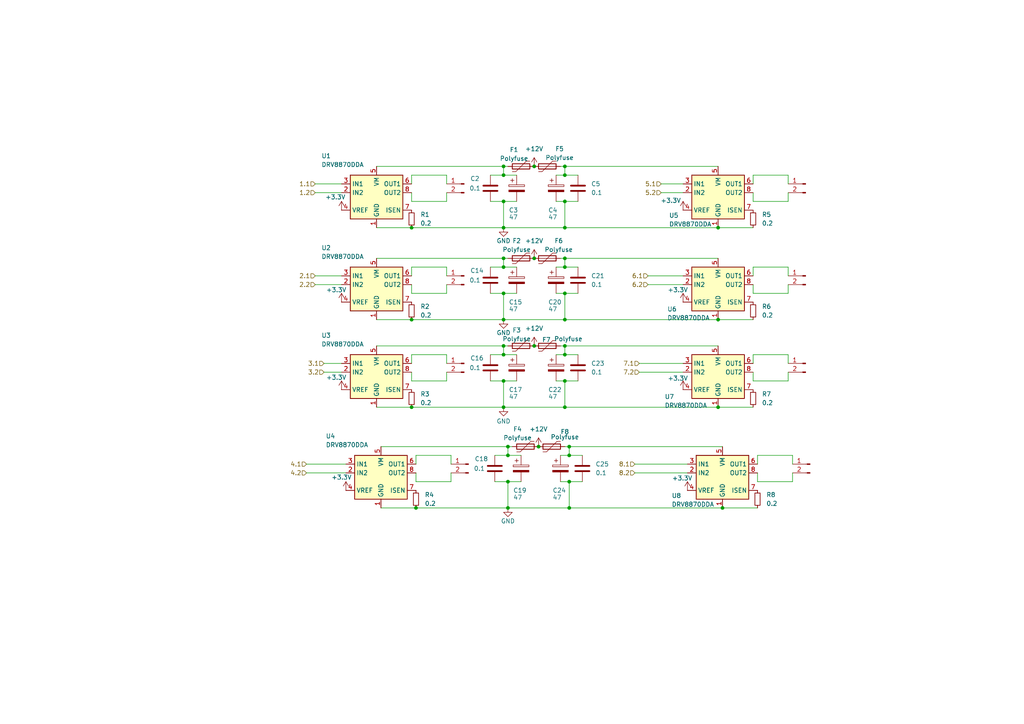
<source format=kicad_sch>
(kicad_sch
	(version 20231120)
	(generator "eeschema")
	(generator_version "8.0")
	(uuid "e3ed0393-5fcb-469b-a2c7-bccd2146a126")
	(paper "A4")
	(lib_symbols
		(symbol "Connector:Conn_01x02_Pin"
			(pin_names
				(offset 1.016) hide)
			(exclude_from_sim no)
			(in_bom yes)
			(on_board yes)
			(property "Reference" "J"
				(at 0 2.54 0)
				(effects
					(font
						(size 1.27 1.27)
					)
				)
			)
			(property "Value" "Conn_01x02_Pin"
				(at 0 -5.08 0)
				(effects
					(font
						(size 1.27 1.27)
					)
				)
			)
			(property "Footprint" ""
				(at 0 0 0)
				(effects
					(font
						(size 1.27 1.27)
					)
					(hide yes)
				)
			)
			(property "Datasheet" "~"
				(at 0 0 0)
				(effects
					(font
						(size 1.27 1.27)
					)
					(hide yes)
				)
			)
			(property "Description" "Generic connector, single row, 01x02, script generated"
				(at 0 0 0)
				(effects
					(font
						(size 1.27 1.27)
					)
					(hide yes)
				)
			)
			(property "ki_locked" ""
				(at 0 0 0)
				(effects
					(font
						(size 1.27 1.27)
					)
				)
			)
			(property "ki_keywords" "connector"
				(at 0 0 0)
				(effects
					(font
						(size 1.27 1.27)
					)
					(hide yes)
				)
			)
			(property "ki_fp_filters" "Connector*:*_1x??_*"
				(at 0 0 0)
				(effects
					(font
						(size 1.27 1.27)
					)
					(hide yes)
				)
			)
			(symbol "Conn_01x02_Pin_1_1"
				(polyline
					(pts
						(xy 1.27 -2.54) (xy 0.8636 -2.54)
					)
					(stroke
						(width 0.1524)
						(type default)
					)
					(fill
						(type none)
					)
				)
				(polyline
					(pts
						(xy 1.27 0) (xy 0.8636 0)
					)
					(stroke
						(width 0.1524)
						(type default)
					)
					(fill
						(type none)
					)
				)
				(rectangle
					(start 0.8636 -2.413)
					(end 0 -2.667)
					(stroke
						(width 0.1524)
						(type default)
					)
					(fill
						(type outline)
					)
				)
				(rectangle
					(start 0.8636 0.127)
					(end 0 -0.127)
					(stroke
						(width 0.1524)
						(type default)
					)
					(fill
						(type outline)
					)
				)
				(pin passive line
					(at 5.08 0 180)
					(length 3.81)
					(name "Pin_1"
						(effects
							(font
								(size 1.27 1.27)
							)
						)
					)
					(number "1"
						(effects
							(font
								(size 1.27 1.27)
							)
						)
					)
				)
				(pin passive line
					(at 5.08 -2.54 180)
					(length 3.81)
					(name "Pin_2"
						(effects
							(font
								(size 1.27 1.27)
							)
						)
					)
					(number "2"
						(effects
							(font
								(size 1.27 1.27)
							)
						)
					)
				)
			)
		)
		(symbol "Device:C"
			(pin_numbers hide)
			(pin_names
				(offset 0.254)
			)
			(exclude_from_sim no)
			(in_bom yes)
			(on_board yes)
			(property "Reference" "C"
				(at 0.635 2.54 0)
				(effects
					(font
						(size 1.27 1.27)
					)
					(justify left)
				)
			)
			(property "Value" "C"
				(at 0.635 -2.54 0)
				(effects
					(font
						(size 1.27 1.27)
					)
					(justify left)
				)
			)
			(property "Footprint" ""
				(at 0.9652 -3.81 0)
				(effects
					(font
						(size 1.27 1.27)
					)
					(hide yes)
				)
			)
			(property "Datasheet" "~"
				(at 0 0 0)
				(effects
					(font
						(size 1.27 1.27)
					)
					(hide yes)
				)
			)
			(property "Description" "Unpolarized capacitor"
				(at 0 0 0)
				(effects
					(font
						(size 1.27 1.27)
					)
					(hide yes)
				)
			)
			(property "ki_keywords" "cap capacitor"
				(at 0 0 0)
				(effects
					(font
						(size 1.27 1.27)
					)
					(hide yes)
				)
			)
			(property "ki_fp_filters" "C_*"
				(at 0 0 0)
				(effects
					(font
						(size 1.27 1.27)
					)
					(hide yes)
				)
			)
			(symbol "C_0_1"
				(polyline
					(pts
						(xy -2.032 -0.762) (xy 2.032 -0.762)
					)
					(stroke
						(width 0.508)
						(type default)
					)
					(fill
						(type none)
					)
				)
				(polyline
					(pts
						(xy -2.032 0.762) (xy 2.032 0.762)
					)
					(stroke
						(width 0.508)
						(type default)
					)
					(fill
						(type none)
					)
				)
			)
			(symbol "C_1_1"
				(pin passive line
					(at 0 3.81 270)
					(length 2.794)
					(name "~"
						(effects
							(font
								(size 1.27 1.27)
							)
						)
					)
					(number "1"
						(effects
							(font
								(size 1.27 1.27)
							)
						)
					)
				)
				(pin passive line
					(at 0 -3.81 90)
					(length 2.794)
					(name "~"
						(effects
							(font
								(size 1.27 1.27)
							)
						)
					)
					(number "2"
						(effects
							(font
								(size 1.27 1.27)
							)
						)
					)
				)
			)
		)
		(symbol "Device:C_Polarized"
			(pin_numbers hide)
			(pin_names
				(offset 0.254)
			)
			(exclude_from_sim no)
			(in_bom yes)
			(on_board yes)
			(property "Reference" "C"
				(at 0.635 2.54 0)
				(effects
					(font
						(size 1.27 1.27)
					)
					(justify left)
				)
			)
			(property "Value" "C_Polarized"
				(at 0.635 -2.54 0)
				(effects
					(font
						(size 1.27 1.27)
					)
					(justify left)
				)
			)
			(property "Footprint" ""
				(at 0.9652 -3.81 0)
				(effects
					(font
						(size 1.27 1.27)
					)
					(hide yes)
				)
			)
			(property "Datasheet" "~"
				(at 0 0 0)
				(effects
					(font
						(size 1.27 1.27)
					)
					(hide yes)
				)
			)
			(property "Description" "Polarized capacitor"
				(at 0 0 0)
				(effects
					(font
						(size 1.27 1.27)
					)
					(hide yes)
				)
			)
			(property "ki_keywords" "cap capacitor"
				(at 0 0 0)
				(effects
					(font
						(size 1.27 1.27)
					)
					(hide yes)
				)
			)
			(property "ki_fp_filters" "CP_*"
				(at 0 0 0)
				(effects
					(font
						(size 1.27 1.27)
					)
					(hide yes)
				)
			)
			(symbol "C_Polarized_0_1"
				(rectangle
					(start -2.286 0.508)
					(end 2.286 1.016)
					(stroke
						(width 0)
						(type default)
					)
					(fill
						(type none)
					)
				)
				(polyline
					(pts
						(xy -1.778 2.286) (xy -0.762 2.286)
					)
					(stroke
						(width 0)
						(type default)
					)
					(fill
						(type none)
					)
				)
				(polyline
					(pts
						(xy -1.27 2.794) (xy -1.27 1.778)
					)
					(stroke
						(width 0)
						(type default)
					)
					(fill
						(type none)
					)
				)
				(rectangle
					(start 2.286 -0.508)
					(end -2.286 -1.016)
					(stroke
						(width 0)
						(type default)
					)
					(fill
						(type outline)
					)
				)
			)
			(symbol "C_Polarized_1_1"
				(pin passive line
					(at 0 3.81 270)
					(length 2.794)
					(name "~"
						(effects
							(font
								(size 1.27 1.27)
							)
						)
					)
					(number "1"
						(effects
							(font
								(size 1.27 1.27)
							)
						)
					)
				)
				(pin passive line
					(at 0 -3.81 90)
					(length 2.794)
					(name "~"
						(effects
							(font
								(size 1.27 1.27)
							)
						)
					)
					(number "2"
						(effects
							(font
								(size 1.27 1.27)
							)
						)
					)
				)
			)
		)
		(symbol "Device:Polyfuse"
			(pin_numbers hide)
			(pin_names
				(offset 0)
			)
			(exclude_from_sim no)
			(in_bom yes)
			(on_board yes)
			(property "Reference" "F"
				(at -2.54 0 90)
				(effects
					(font
						(size 1.27 1.27)
					)
				)
			)
			(property "Value" "Polyfuse"
				(at 2.54 0 90)
				(effects
					(font
						(size 1.27 1.27)
					)
				)
			)
			(property "Footprint" ""
				(at 1.27 -5.08 0)
				(effects
					(font
						(size 1.27 1.27)
					)
					(justify left)
					(hide yes)
				)
			)
			(property "Datasheet" "~"
				(at 0 0 0)
				(effects
					(font
						(size 1.27 1.27)
					)
					(hide yes)
				)
			)
			(property "Description" "Resettable fuse, polymeric positive temperature coefficient"
				(at 0 0 0)
				(effects
					(font
						(size 1.27 1.27)
					)
					(hide yes)
				)
			)
			(property "ki_keywords" "resettable fuse PTC PPTC polyfuse polyswitch"
				(at 0 0 0)
				(effects
					(font
						(size 1.27 1.27)
					)
					(hide yes)
				)
			)
			(property "ki_fp_filters" "*polyfuse* *PTC*"
				(at 0 0 0)
				(effects
					(font
						(size 1.27 1.27)
					)
					(hide yes)
				)
			)
			(symbol "Polyfuse_0_1"
				(rectangle
					(start -0.762 2.54)
					(end 0.762 -2.54)
					(stroke
						(width 0.254)
						(type default)
					)
					(fill
						(type none)
					)
				)
				(polyline
					(pts
						(xy 0 2.54) (xy 0 -2.54)
					)
					(stroke
						(width 0)
						(type default)
					)
					(fill
						(type none)
					)
				)
				(polyline
					(pts
						(xy -1.524 2.54) (xy -1.524 1.524) (xy 1.524 -1.524) (xy 1.524 -2.54)
					)
					(stroke
						(width 0)
						(type default)
					)
					(fill
						(type none)
					)
				)
			)
			(symbol "Polyfuse_1_1"
				(pin passive line
					(at 0 3.81 270)
					(length 1.27)
					(name "~"
						(effects
							(font
								(size 1.27 1.27)
							)
						)
					)
					(number "1"
						(effects
							(font
								(size 1.27 1.27)
							)
						)
					)
				)
				(pin passive line
					(at 0 -3.81 90)
					(length 1.27)
					(name "~"
						(effects
							(font
								(size 1.27 1.27)
							)
						)
					)
					(number "2"
						(effects
							(font
								(size 1.27 1.27)
							)
						)
					)
				)
			)
		)
		(symbol "Device:R_Small"
			(pin_numbers hide)
			(pin_names
				(offset 0.254) hide)
			(exclude_from_sim no)
			(in_bom yes)
			(on_board yes)
			(property "Reference" "R"
				(at 0.762 0.508 0)
				(effects
					(font
						(size 1.27 1.27)
					)
					(justify left)
				)
			)
			(property "Value" "R_Small"
				(at 0.762 -1.016 0)
				(effects
					(font
						(size 1.27 1.27)
					)
					(justify left)
				)
			)
			(property "Footprint" ""
				(at 0 0 0)
				(effects
					(font
						(size 1.27 1.27)
					)
					(hide yes)
				)
			)
			(property "Datasheet" "~"
				(at 0 0 0)
				(effects
					(font
						(size 1.27 1.27)
					)
					(hide yes)
				)
			)
			(property "Description" "Resistor, small symbol"
				(at 0 0 0)
				(effects
					(font
						(size 1.27 1.27)
					)
					(hide yes)
				)
			)
			(property "ki_keywords" "R resistor"
				(at 0 0 0)
				(effects
					(font
						(size 1.27 1.27)
					)
					(hide yes)
				)
			)
			(property "ki_fp_filters" "R_*"
				(at 0 0 0)
				(effects
					(font
						(size 1.27 1.27)
					)
					(hide yes)
				)
			)
			(symbol "R_Small_0_1"
				(rectangle
					(start -0.762 1.778)
					(end 0.762 -1.778)
					(stroke
						(width 0.2032)
						(type default)
					)
					(fill
						(type none)
					)
				)
			)
			(symbol "R_Small_1_1"
				(pin passive line
					(at 0 2.54 270)
					(length 0.762)
					(name "~"
						(effects
							(font
								(size 1.27 1.27)
							)
						)
					)
					(number "1"
						(effects
							(font
								(size 1.27 1.27)
							)
						)
					)
				)
				(pin passive line
					(at 0 -2.54 90)
					(length 0.762)
					(name "~"
						(effects
							(font
								(size 1.27 1.27)
							)
						)
					)
					(number "2"
						(effects
							(font
								(size 1.27 1.27)
							)
						)
					)
				)
			)
		)
		(symbol "Driver_Motor:DRV8870DDA"
			(exclude_from_sim no)
			(in_bom yes)
			(on_board yes)
			(property "Reference" "U"
				(at -6.35 6.35 0)
				(effects
					(font
						(size 1.27 1.27)
					)
				)
			)
			(property "Value" "DRV8870DDA"
				(at 8.89 6.35 0)
				(effects
					(font
						(size 1.27 1.27)
					)
				)
			)
			(property "Footprint" "Package_SO:Texas_HTSOP-8-1EP_3.9x4.9mm_P1.27mm_EP2.95x4.9mm_Mask2.4x3.1mm_ThermalVias"
				(at 2.54 -2.54 0)
				(effects
					(font
						(size 1.27 1.27)
					)
					(hide yes)
				)
			)
			(property "Datasheet" "http://www.ti.com/lit/ds/symlink/drv8870.pdf"
				(at -6.35 8.89 0)
				(effects
					(font
						(size 1.27 1.27)
					)
					(hide yes)
				)
			)
			(property "Description" "Brushed DC Motor Driver, PWM Control, 45V, 3.6A, Dynamic current limiting, HTSOP-8"
				(at 0 0 0)
				(effects
					(font
						(size 1.27 1.27)
					)
					(hide yes)
				)
			)
			(property "ki_keywords" "H-bridge driver motor current limit"
				(at 0 0 0)
				(effects
					(font
						(size 1.27 1.27)
					)
					(hide yes)
				)
			)
			(property "ki_fp_filters" "Texas*HTSOP*1EP*3.9x4.9mm*P1.27mm*EP2.95x4.9mm*Mask2.4x3.1mm*"
				(at 0 0 0)
				(effects
					(font
						(size 1.27 1.27)
					)
					(hide yes)
				)
			)
			(symbol "DRV8870DDA_0_1"
				(rectangle
					(start -7.62 5.08)
					(end 7.62 -7.62)
					(stroke
						(width 0.254)
						(type default)
					)
					(fill
						(type background)
					)
				)
			)
			(symbol "DRV8870DDA_1_1"
				(pin power_in line
					(at 0 -10.16 90)
					(length 2.54)
					(name "GND"
						(effects
							(font
								(size 1.27 1.27)
							)
						)
					)
					(number "1"
						(effects
							(font
								(size 1.27 1.27)
							)
						)
					)
				)
				(pin input line
					(at -10.16 0 0)
					(length 2.54)
					(name "IN2"
						(effects
							(font
								(size 1.27 1.27)
							)
						)
					)
					(number "2"
						(effects
							(font
								(size 1.27 1.27)
							)
						)
					)
				)
				(pin input line
					(at -10.16 2.54 0)
					(length 2.54)
					(name "IN1"
						(effects
							(font
								(size 1.27 1.27)
							)
						)
					)
					(number "3"
						(effects
							(font
								(size 1.27 1.27)
							)
						)
					)
				)
				(pin input line
					(at -10.16 -5.08 0)
					(length 2.54)
					(name "VREF"
						(effects
							(font
								(size 1.27 1.27)
							)
						)
					)
					(number "4"
						(effects
							(font
								(size 1.27 1.27)
							)
						)
					)
				)
				(pin power_in line
					(at 0 7.62 270)
					(length 2.54)
					(name "VM"
						(effects
							(font
								(size 1.27 1.27)
							)
						)
					)
					(number "5"
						(effects
							(font
								(size 1.27 1.27)
							)
						)
					)
				)
				(pin output line
					(at 10.16 2.54 180)
					(length 2.54)
					(name "OUT1"
						(effects
							(font
								(size 1.27 1.27)
							)
						)
					)
					(number "6"
						(effects
							(font
								(size 1.27 1.27)
							)
						)
					)
				)
				(pin passive line
					(at 10.16 -5.08 180)
					(length 2.54)
					(name "ISEN"
						(effects
							(font
								(size 1.27 1.27)
							)
						)
					)
					(number "7"
						(effects
							(font
								(size 1.27 1.27)
							)
						)
					)
				)
				(pin output line
					(at 10.16 0 180)
					(length 2.54)
					(name "OUT2"
						(effects
							(font
								(size 1.27 1.27)
							)
						)
					)
					(number "8"
						(effects
							(font
								(size 1.27 1.27)
							)
						)
					)
				)
				(pin passive line
					(at 0 -10.16 90)
					(length 2.54) hide
					(name "GND"
						(effects
							(font
								(size 1.27 1.27)
							)
						)
					)
					(number "9"
						(effects
							(font
								(size 1.27 1.27)
							)
						)
					)
				)
			)
		)
		(symbol "power:+12V"
			(power)
			(pin_numbers hide)
			(pin_names
				(offset 0) hide)
			(exclude_from_sim no)
			(in_bom yes)
			(on_board yes)
			(property "Reference" "#PWR"
				(at 0 -3.81 0)
				(effects
					(font
						(size 1.27 1.27)
					)
					(hide yes)
				)
			)
			(property "Value" "+12V"
				(at 0 3.556 0)
				(effects
					(font
						(size 1.27 1.27)
					)
				)
			)
			(property "Footprint" ""
				(at 0 0 0)
				(effects
					(font
						(size 1.27 1.27)
					)
					(hide yes)
				)
			)
			(property "Datasheet" ""
				(at 0 0 0)
				(effects
					(font
						(size 1.27 1.27)
					)
					(hide yes)
				)
			)
			(property "Description" "Power symbol creates a global label with name \"+12V\""
				(at 0 0 0)
				(effects
					(font
						(size 1.27 1.27)
					)
					(hide yes)
				)
			)
			(property "ki_keywords" "global power"
				(at 0 0 0)
				(effects
					(font
						(size 1.27 1.27)
					)
					(hide yes)
				)
			)
			(symbol "+12V_0_1"
				(polyline
					(pts
						(xy -0.762 1.27) (xy 0 2.54)
					)
					(stroke
						(width 0)
						(type default)
					)
					(fill
						(type none)
					)
				)
				(polyline
					(pts
						(xy 0 0) (xy 0 2.54)
					)
					(stroke
						(width 0)
						(type default)
					)
					(fill
						(type none)
					)
				)
				(polyline
					(pts
						(xy 0 2.54) (xy 0.762 1.27)
					)
					(stroke
						(width 0)
						(type default)
					)
					(fill
						(type none)
					)
				)
			)
			(symbol "+12V_1_1"
				(pin power_in line
					(at 0 0 90)
					(length 0)
					(name "~"
						(effects
							(font
								(size 1.27 1.27)
							)
						)
					)
					(number "1"
						(effects
							(font
								(size 1.27 1.27)
							)
						)
					)
				)
			)
		)
		(symbol "power:+3.3V"
			(power)
			(pin_numbers hide)
			(pin_names
				(offset 0) hide)
			(exclude_from_sim no)
			(in_bom yes)
			(on_board yes)
			(property "Reference" "#PWR"
				(at 0 -3.81 0)
				(effects
					(font
						(size 1.27 1.27)
					)
					(hide yes)
				)
			)
			(property "Value" "+3.3V"
				(at 0 3.556 0)
				(effects
					(font
						(size 1.27 1.27)
					)
				)
			)
			(property "Footprint" ""
				(at 0 0 0)
				(effects
					(font
						(size 1.27 1.27)
					)
					(hide yes)
				)
			)
			(property "Datasheet" ""
				(at 0 0 0)
				(effects
					(font
						(size 1.27 1.27)
					)
					(hide yes)
				)
			)
			(property "Description" "Power symbol creates a global label with name \"+3.3V\""
				(at 0 0 0)
				(effects
					(font
						(size 1.27 1.27)
					)
					(hide yes)
				)
			)
			(property "ki_keywords" "global power"
				(at 0 0 0)
				(effects
					(font
						(size 1.27 1.27)
					)
					(hide yes)
				)
			)
			(symbol "+3.3V_0_1"
				(polyline
					(pts
						(xy -0.762 1.27) (xy 0 2.54)
					)
					(stroke
						(width 0)
						(type default)
					)
					(fill
						(type none)
					)
				)
				(polyline
					(pts
						(xy 0 0) (xy 0 2.54)
					)
					(stroke
						(width 0)
						(type default)
					)
					(fill
						(type none)
					)
				)
				(polyline
					(pts
						(xy 0 2.54) (xy 0.762 1.27)
					)
					(stroke
						(width 0)
						(type default)
					)
					(fill
						(type none)
					)
				)
			)
			(symbol "+3.3V_1_1"
				(pin power_in line
					(at 0 0 90)
					(length 0)
					(name "~"
						(effects
							(font
								(size 1.27 1.27)
							)
						)
					)
					(number "1"
						(effects
							(font
								(size 1.27 1.27)
							)
						)
					)
				)
			)
		)
		(symbol "power:GND"
			(power)
			(pin_numbers hide)
			(pin_names
				(offset 0) hide)
			(exclude_from_sim no)
			(in_bom yes)
			(on_board yes)
			(property "Reference" "#PWR"
				(at 0 -6.35 0)
				(effects
					(font
						(size 1.27 1.27)
					)
					(hide yes)
				)
			)
			(property "Value" "GND"
				(at 0 -3.81 0)
				(effects
					(font
						(size 1.27 1.27)
					)
				)
			)
			(property "Footprint" ""
				(at 0 0 0)
				(effects
					(font
						(size 1.27 1.27)
					)
					(hide yes)
				)
			)
			(property "Datasheet" ""
				(at 0 0 0)
				(effects
					(font
						(size 1.27 1.27)
					)
					(hide yes)
				)
			)
			(property "Description" "Power symbol creates a global label with name \"GND\" , ground"
				(at 0 0 0)
				(effects
					(font
						(size 1.27 1.27)
					)
					(hide yes)
				)
			)
			(property "ki_keywords" "global power"
				(at 0 0 0)
				(effects
					(font
						(size 1.27 1.27)
					)
					(hide yes)
				)
			)
			(symbol "GND_0_1"
				(polyline
					(pts
						(xy 0 0) (xy 0 -1.27) (xy 1.27 -1.27) (xy 0 -2.54) (xy -1.27 -1.27) (xy 0 -1.27)
					)
					(stroke
						(width 0)
						(type default)
					)
					(fill
						(type none)
					)
				)
			)
			(symbol "GND_1_1"
				(pin power_in line
					(at 0 0 270)
					(length 0)
					(name "~"
						(effects
							(font
								(size 1.27 1.27)
							)
						)
					)
					(number "1"
						(effects
							(font
								(size 1.27 1.27)
							)
						)
					)
				)
			)
		)
	)
	(junction
		(at 209.55 147.32)
		(diameter 0)
		(color 0 0 0 0)
		(uuid "05d358ab-be6a-4b2e-b745-fb17eccc92d1")
	)
	(junction
		(at 165.1 139.7)
		(diameter 0)
		(color 0 0 0 0)
		(uuid "095673f4-a01d-4ca8-bd76-31c54d17c6af")
	)
	(junction
		(at 147.32 132.08)
		(diameter 0)
		(color 0 0 0 0)
		(uuid "0b9f8d0b-3d15-4f8f-ad4e-896f1b325ddf")
	)
	(junction
		(at 146.05 50.8)
		(diameter 0)
		(color 0 0 0 0)
		(uuid "183de4f5-3903-4be8-88ec-3b546c626db8")
	)
	(junction
		(at 163.83 102.87)
		(diameter 0)
		(color 0 0 0 0)
		(uuid "18d6cbc3-7980-47be-ace2-ef2975d8bcb9")
	)
	(junction
		(at 208.28 92.71)
		(diameter 0)
		(color 0 0 0 0)
		(uuid "19902941-b854-48aa-8ac6-e7db9dc46ee0")
	)
	(junction
		(at 154.94 74.93)
		(diameter 0)
		(color 0 0 0 0)
		(uuid "1a766103-f049-45e4-a398-575a30ce9d0c")
	)
	(junction
		(at 146.05 102.87)
		(diameter 0)
		(color 0 0 0 0)
		(uuid "25f56fe1-f72a-4db5-8fdd-c8cab02eaffc")
	)
	(junction
		(at 163.83 110.49)
		(diameter 0)
		(color 0 0 0 0)
		(uuid "2b2b9d5a-dd16-4fde-887e-4e2917872f41")
	)
	(junction
		(at 154.94 100.33)
		(diameter 0)
		(color 0 0 0 0)
		(uuid "31dda3c5-31c1-4137-baae-8147853dfd28")
	)
	(junction
		(at 163.83 48.26)
		(diameter 0)
		(color 0 0 0 0)
		(uuid "322af325-9179-4226-895c-31f19a577c46")
	)
	(junction
		(at 163.83 118.11)
		(diameter 0)
		(color 0 0 0 0)
		(uuid "3615dd65-583c-46fb-af3e-abed291a5411")
	)
	(junction
		(at 163.83 66.04)
		(diameter 0)
		(color 0 0 0 0)
		(uuid "3fa7cb21-36b9-4e63-a0a6-9423fdf9e413")
	)
	(junction
		(at 165.1 129.54)
		(diameter 0)
		(color 0 0 0 0)
		(uuid "511f5a77-8b88-46c3-89c8-1aa1fdf3b377")
	)
	(junction
		(at 163.83 58.42)
		(diameter 0)
		(color 0 0 0 0)
		(uuid "57505787-0727-4f0d-a8aa-fe1dfd185064")
	)
	(junction
		(at 119.38 118.11)
		(diameter 0)
		(color 0 0 0 0)
		(uuid "57ec010b-e50e-4e93-92dd-b9e3771df830")
	)
	(junction
		(at 147.32 147.32)
		(diameter 0)
		(color 0 0 0 0)
		(uuid "5c9a364a-c0b7-4d3c-b41a-4608ec0ad719")
	)
	(junction
		(at 163.83 100.33)
		(diameter 0)
		(color 0 0 0 0)
		(uuid "5eb899bd-e2ad-4e07-b5b0-8b08770883f8")
	)
	(junction
		(at 146.05 66.04)
		(diameter 0)
		(color 0 0 0 0)
		(uuid "616d5504-8366-41f0-a45c-de76b5ddaf95")
	)
	(junction
		(at 163.83 85.09)
		(diameter 0)
		(color 0 0 0 0)
		(uuid "66b703a0-8933-4bc8-95e6-bdf5953a154e")
	)
	(junction
		(at 163.83 77.47)
		(diameter 0)
		(color 0 0 0 0)
		(uuid "66c16446-4ba7-47be-8dc0-81719039b433")
	)
	(junction
		(at 146.05 92.71)
		(diameter 0)
		(color 0 0 0 0)
		(uuid "74149b71-beff-4b0f-b37c-a00ba395087e")
	)
	(junction
		(at 165.1 132.08)
		(diameter 0)
		(color 0 0 0 0)
		(uuid "80fb4abc-a370-466f-980b-05123f044d63")
	)
	(junction
		(at 119.38 92.71)
		(diameter 0)
		(color 0 0 0 0)
		(uuid "82561486-663b-4ad0-8905-f90fe5a925bf")
	)
	(junction
		(at 146.05 100.33)
		(diameter 0)
		(color 0 0 0 0)
		(uuid "87171ac4-063d-45b3-b85b-c210c0ea19db")
	)
	(junction
		(at 146.05 74.93)
		(diameter 0)
		(color 0 0 0 0)
		(uuid "8bbb06ea-0e8d-4bca-88a9-24aa7d108397")
	)
	(junction
		(at 163.83 74.93)
		(diameter 0)
		(color 0 0 0 0)
		(uuid "911de375-dfbd-4333-b53c-a6ac4313c343")
	)
	(junction
		(at 208.28 118.11)
		(diameter 0)
		(color 0 0 0 0)
		(uuid "95a8ec76-be01-4a40-b0f1-340af20d831a")
	)
	(junction
		(at 146.05 85.09)
		(diameter 0)
		(color 0 0 0 0)
		(uuid "a61777b5-1882-4ace-aa98-faed06605a5f")
	)
	(junction
		(at 120.65 147.32)
		(diameter 0)
		(color 0 0 0 0)
		(uuid "a8b0f439-aaa6-4828-8d3c-45f0143b8c34")
	)
	(junction
		(at 163.83 92.71)
		(diameter 0)
		(color 0 0 0 0)
		(uuid "b2dbc65c-9ca9-4a7e-b459-1523a83bcc7f")
	)
	(junction
		(at 147.32 129.54)
		(diameter 0)
		(color 0 0 0 0)
		(uuid "b6c54969-7c5f-4ef2-a789-3b6198078f20")
	)
	(junction
		(at 146.05 58.42)
		(diameter 0)
		(color 0 0 0 0)
		(uuid "be56e089-3370-437c-9693-639ebca90468")
	)
	(junction
		(at 146.05 118.11)
		(diameter 0)
		(color 0 0 0 0)
		(uuid "be9e391f-8cb0-410d-a60a-d9f2707fd7ed")
	)
	(junction
		(at 156.21 129.54)
		(diameter 0)
		(color 0 0 0 0)
		(uuid "c56eee9a-f71c-4659-9357-a4d2f93d1d8a")
	)
	(junction
		(at 154.94 48.26)
		(diameter 0)
		(color 0 0 0 0)
		(uuid "cdb0c782-fbe1-4fe9-8e2d-aaae8caf370e")
	)
	(junction
		(at 146.05 48.26)
		(diameter 0)
		(color 0 0 0 0)
		(uuid "ce880a0d-c819-43d8-acc9-1428ebe2ed20")
	)
	(junction
		(at 208.28 66.04)
		(diameter 0)
		(color 0 0 0 0)
		(uuid "d345fe0c-7d9b-40cb-9775-f69ace9e4010")
	)
	(junction
		(at 165.1 147.32)
		(diameter 0)
		(color 0 0 0 0)
		(uuid "e09e60b3-0091-4d99-a71a-2eaf0600963b")
	)
	(junction
		(at 119.38 66.04)
		(diameter 0)
		(color 0 0 0 0)
		(uuid "e205d8bf-d237-465a-a0ac-79ceb193ff13")
	)
	(junction
		(at 146.05 77.47)
		(diameter 0)
		(color 0 0 0 0)
		(uuid "f3301135-b0c4-4a3b-b59b-9617b1641aae")
	)
	(junction
		(at 146.05 110.49)
		(diameter 0)
		(color 0 0 0 0)
		(uuid "f3e639cd-fa9b-4c4d-9932-019521a27a67")
	)
	(junction
		(at 147.32 139.7)
		(diameter 0)
		(color 0 0 0 0)
		(uuid "f5dd3567-310e-47ee-aad3-29ce1142246e")
	)
	(junction
		(at 163.83 50.8)
		(diameter 0)
		(color 0 0 0 0)
		(uuid "f8e04cad-8b0c-472e-bfef-92379356e940")
	)
	(wire
		(pts
			(xy 146.05 102.87) (xy 142.24 102.87)
		)
		(stroke
			(width 0)
			(type default)
		)
		(uuid "025cf4dc-95b2-450f-92ae-da8399e8fd02")
	)
	(wire
		(pts
			(xy 228.6 77.47) (xy 228.6 80.01)
		)
		(stroke
			(width 0)
			(type default)
		)
		(uuid "02669d65-fbe9-42eb-8131-5192a4526488")
	)
	(wire
		(pts
			(xy 163.83 118.11) (xy 146.05 118.11)
		)
		(stroke
			(width 0)
			(type default)
		)
		(uuid "08ab407a-f503-4a5c-b25b-d30486a96789")
	)
	(wire
		(pts
			(xy 163.83 100.33) (xy 163.83 102.87)
		)
		(stroke
			(width 0)
			(type default)
		)
		(uuid "0c8d2f5f-9306-4606-8d85-d31ac91d3744")
	)
	(wire
		(pts
			(xy 163.83 58.42) (xy 163.83 66.04)
		)
		(stroke
			(width 0)
			(type default)
		)
		(uuid "0f4bcf48-2d2e-4568-aefd-510d0801bcfc")
	)
	(wire
		(pts
			(xy 119.38 53.34) (xy 119.38 50.8)
		)
		(stroke
			(width 0)
			(type default)
		)
		(uuid "10b6362c-4467-485d-8bf7-208ed0652e67")
	)
	(wire
		(pts
			(xy 129.54 50.8) (xy 129.54 53.34)
		)
		(stroke
			(width 0)
			(type default)
		)
		(uuid "137ecce4-efa1-4943-9e65-422e1ea35e4e")
	)
	(wire
		(pts
			(xy 208.28 118.11) (xy 163.83 118.11)
		)
		(stroke
			(width 0)
			(type default)
		)
		(uuid "1460488a-cd36-4dfd-9e2a-ac5c576de297")
	)
	(wire
		(pts
			(xy 161.29 50.8) (xy 163.83 50.8)
		)
		(stroke
			(width 0)
			(type default)
		)
		(uuid "16eb4f5b-725d-4e29-9fca-5322c13b1562")
	)
	(wire
		(pts
			(xy 120.65 139.7) (xy 130.81 139.7)
		)
		(stroke
			(width 0)
			(type default)
		)
		(uuid "1817f4af-252a-4896-96b6-cf75c484d52f")
	)
	(wire
		(pts
			(xy 146.05 110.49) (xy 149.86 110.49)
		)
		(stroke
			(width 0)
			(type default)
		)
		(uuid "1a3a1832-57bf-4ff2-be7e-d82b6911dc3c")
	)
	(wire
		(pts
			(xy 129.54 110.49) (xy 129.54 107.95)
		)
		(stroke
			(width 0)
			(type default)
		)
		(uuid "1e0d5670-da1b-48d1-ba1a-5b8a70f6a5f9")
	)
	(wire
		(pts
			(xy 146.05 74.93) (xy 146.05 77.47)
		)
		(stroke
			(width 0)
			(type default)
		)
		(uuid "1e58a693-0eb8-4e68-b1af-61929372c964")
	)
	(wire
		(pts
			(xy 130.81 132.08) (xy 130.81 134.62)
		)
		(stroke
			(width 0)
			(type default)
		)
		(uuid "206dbbce-6afc-4683-8206-0cb35c5347a5")
	)
	(wire
		(pts
			(xy 147.32 139.7) (xy 151.13 139.7)
		)
		(stroke
			(width 0)
			(type default)
		)
		(uuid "24fcfaa1-9437-4363-9bdd-912a5e3d44f9")
	)
	(wire
		(pts
			(xy 142.24 58.42) (xy 146.05 58.42)
		)
		(stroke
			(width 0)
			(type default)
		)
		(uuid "277c517f-0aad-4688-a73d-fe2f014396be")
	)
	(wire
		(pts
			(xy 147.32 132.08) (xy 143.51 132.08)
		)
		(stroke
			(width 0)
			(type default)
		)
		(uuid "27dea71c-433b-46fe-bfe6-899f96efa19f")
	)
	(wire
		(pts
			(xy 88.9 134.62) (xy 100.33 134.62)
		)
		(stroke
			(width 0)
			(type default)
		)
		(uuid "28e3077b-79f1-4693-bd86-bfba1733c922")
	)
	(wire
		(pts
			(xy 151.13 132.08) (xy 147.32 132.08)
		)
		(stroke
			(width 0)
			(type default)
		)
		(uuid "291f5ae2-6e5e-4ebf-80b5-62c52f026bc0")
	)
	(wire
		(pts
			(xy 142.24 85.09) (xy 146.05 85.09)
		)
		(stroke
			(width 0)
			(type default)
		)
		(uuid "2b22f184-ba68-43cb-9484-cbc9f7fc5c9a")
	)
	(wire
		(pts
			(xy 146.05 66.04) (xy 163.83 66.04)
		)
		(stroke
			(width 0)
			(type default)
		)
		(uuid "2b3d3717-5275-4861-9dfa-c4cc61c7009b")
	)
	(wire
		(pts
			(xy 163.83 110.49) (xy 163.83 118.11)
		)
		(stroke
			(width 0)
			(type default)
		)
		(uuid "2b5b2302-8e5c-4d5b-aec5-ce6ca9ba49d1")
	)
	(wire
		(pts
			(xy 161.29 85.09) (xy 163.83 85.09)
		)
		(stroke
			(width 0)
			(type default)
		)
		(uuid "2f0b0096-719d-4399-ac13-b4983ca1b205")
	)
	(wire
		(pts
			(xy 163.83 92.71) (xy 208.28 92.71)
		)
		(stroke
			(width 0)
			(type default)
		)
		(uuid "3355e8bb-f9d2-446f-bd84-761d00991fcb")
	)
	(wire
		(pts
			(xy 218.44 82.55) (xy 218.44 85.09)
		)
		(stroke
			(width 0)
			(type default)
		)
		(uuid "336f1dfe-c3d8-432c-b7b1-b8c157d70e50")
	)
	(wire
		(pts
			(xy 228.6 85.09) (xy 228.6 82.55)
		)
		(stroke
			(width 0)
			(type default)
		)
		(uuid "33ff4a09-5f1e-4002-8bbc-f466e243c17f")
	)
	(wire
		(pts
			(xy 146.05 74.93) (xy 109.22 74.93)
		)
		(stroke
			(width 0)
			(type default)
		)
		(uuid "370f9f5e-8eae-4e42-abfa-3de32f8f3dee")
	)
	(wire
		(pts
			(xy 219.71 139.7) (xy 229.87 139.7)
		)
		(stroke
			(width 0)
			(type default)
		)
		(uuid "373f4dff-f8cc-4757-92b0-85943ad3cd09")
	)
	(wire
		(pts
			(xy 129.54 102.87) (xy 129.54 105.41)
		)
		(stroke
			(width 0)
			(type default)
		)
		(uuid "37bed28b-3b5a-4f2d-9e68-21bdb048bce0")
	)
	(wire
		(pts
			(xy 228.6 50.8) (xy 228.6 53.34)
		)
		(stroke
			(width 0)
			(type default)
		)
		(uuid "37e42e0e-cbe6-400e-ae51-399e8e79077c")
	)
	(wire
		(pts
			(xy 161.29 110.49) (xy 163.83 110.49)
		)
		(stroke
			(width 0)
			(type default)
		)
		(uuid "3b77262d-bc4a-4ed6-abd4-08a6bbdca584")
	)
	(wire
		(pts
			(xy 208.28 66.04) (xy 218.44 66.04)
		)
		(stroke
			(width 0)
			(type default)
		)
		(uuid "3bcdd1f3-8698-46ad-bdfb-ec6259777d59")
	)
	(wire
		(pts
			(xy 147.32 129.54) (xy 147.32 132.08)
		)
		(stroke
			(width 0)
			(type default)
		)
		(uuid "3cbea1b2-46ff-4198-82d3-369be53acb94")
	)
	(wire
		(pts
			(xy 146.05 58.42) (xy 146.05 66.04)
		)
		(stroke
			(width 0)
			(type default)
		)
		(uuid "3f0adbee-88b5-485b-91e3-3197b47389f9")
	)
	(wire
		(pts
			(xy 228.6 58.42) (xy 228.6 55.88)
		)
		(stroke
			(width 0)
			(type default)
		)
		(uuid "3f861df7-1c8f-4f02-9c08-b03137f61544")
	)
	(wire
		(pts
			(xy 93.98 105.41) (xy 99.06 105.41)
		)
		(stroke
			(width 0)
			(type default)
		)
		(uuid "422049fc-043f-4ad3-bdff-9c347ae00e20")
	)
	(wire
		(pts
			(xy 163.83 100.33) (xy 208.28 100.33)
		)
		(stroke
			(width 0)
			(type default)
		)
		(uuid "42524581-1734-4b1d-86bc-2e9b15d02299")
	)
	(wire
		(pts
			(xy 120.65 132.08) (xy 130.81 132.08)
		)
		(stroke
			(width 0)
			(type default)
		)
		(uuid "434a15f5-c08f-4c39-850b-bca2d1db92de")
	)
	(wire
		(pts
			(xy 165.1 132.08) (xy 168.91 132.08)
		)
		(stroke
			(width 0)
			(type default)
		)
		(uuid "441b1747-f5ca-4ac5-ba61-547338fcdee7")
	)
	(wire
		(pts
			(xy 218.44 107.95) (xy 218.44 110.49)
		)
		(stroke
			(width 0)
			(type default)
		)
		(uuid "457cf5d3-36e7-4d1c-ba70-e492445cfb56")
	)
	(wire
		(pts
			(xy 120.65 137.16) (xy 120.65 139.7)
		)
		(stroke
			(width 0)
			(type default)
		)
		(uuid "46d2ec70-8456-471b-a8de-749507c25068")
	)
	(wire
		(pts
			(xy 191.77 53.34) (xy 198.12 53.34)
		)
		(stroke
			(width 0)
			(type default)
		)
		(uuid "47f0ad67-33d0-4ea1-ac3e-7052a649a042")
	)
	(wire
		(pts
			(xy 146.05 85.09) (xy 146.05 92.71)
		)
		(stroke
			(width 0)
			(type default)
		)
		(uuid "4e2e43d5-4427-43b6-a1ef-ad6b8ef2a7b1")
	)
	(wire
		(pts
			(xy 119.38 118.11) (xy 109.22 118.11)
		)
		(stroke
			(width 0)
			(type default)
		)
		(uuid "52191854-134f-447e-a5b9-7aeb9278e740")
	)
	(wire
		(pts
			(xy 163.83 74.93) (xy 208.28 74.93)
		)
		(stroke
			(width 0)
			(type default)
		)
		(uuid "522f1b95-62d4-4f06-91f8-16f6f91deeeb")
	)
	(wire
		(pts
			(xy 146.05 48.26) (xy 146.05 50.8)
		)
		(stroke
			(width 0)
			(type default)
		)
		(uuid "52c14bb4-401f-49b6-886d-558776b5933d")
	)
	(wire
		(pts
			(xy 165.1 139.7) (xy 168.91 139.7)
		)
		(stroke
			(width 0)
			(type default)
		)
		(uuid "53db60e3-c8df-4e4b-8cf3-4cfb3aa28986")
	)
	(wire
		(pts
			(xy 119.38 66.04) (xy 146.05 66.04)
		)
		(stroke
			(width 0)
			(type default)
		)
		(uuid "56ebeeee-e4a2-49a1-a22d-ab349152fcb0")
	)
	(wire
		(pts
			(xy 146.05 48.26) (xy 109.22 48.26)
		)
		(stroke
			(width 0)
			(type default)
		)
		(uuid "57dba2fc-2905-4616-b647-bf3adb61bf0b")
	)
	(wire
		(pts
			(xy 147.32 100.33) (xy 146.05 100.33)
		)
		(stroke
			(width 0)
			(type default)
		)
		(uuid "586827db-9614-4a76-8f37-e1d14336016e")
	)
	(wire
		(pts
			(xy 218.44 50.8) (xy 228.6 50.8)
		)
		(stroke
			(width 0)
			(type default)
		)
		(uuid "589aa4ee-ff28-42eb-be11-c5fd72b4ef3f")
	)
	(wire
		(pts
			(xy 165.1 129.54) (xy 165.1 132.08)
		)
		(stroke
			(width 0)
			(type default)
		)
		(uuid "58c18223-1e9e-465d-a605-836296f4978e")
	)
	(wire
		(pts
			(xy 129.54 77.47) (xy 129.54 80.01)
		)
		(stroke
			(width 0)
			(type default)
		)
		(uuid "592c5871-cd10-42ed-b28a-8d8553a7ffa2")
	)
	(wire
		(pts
			(xy 119.38 92.71) (xy 146.05 92.71)
		)
		(stroke
			(width 0)
			(type default)
		)
		(uuid "5a71e93e-01df-4191-8976-7d19d5234ce9")
	)
	(wire
		(pts
			(xy 163.83 129.54) (xy 165.1 129.54)
		)
		(stroke
			(width 0)
			(type default)
		)
		(uuid "5afb3ed4-4587-43da-b3e9-13d1d9901961")
	)
	(wire
		(pts
			(xy 162.56 139.7) (xy 165.1 139.7)
		)
		(stroke
			(width 0)
			(type default)
		)
		(uuid "5b240c16-3ecd-4b9a-b6fd-dcc6ea453664")
	)
	(wire
		(pts
			(xy 161.29 102.87) (xy 163.83 102.87)
		)
		(stroke
			(width 0)
			(type default)
		)
		(uuid "5c371145-056d-4d84-bd60-e105f44b076e")
	)
	(wire
		(pts
			(xy 218.44 80.01) (xy 218.44 77.47)
		)
		(stroke
			(width 0)
			(type default)
		)
		(uuid "5f45e32c-ed39-4ba9-b21b-cc6310593eae")
	)
	(wire
		(pts
			(xy 119.38 80.01) (xy 119.38 77.47)
		)
		(stroke
			(width 0)
			(type default)
		)
		(uuid "5f66c3e7-55ce-4711-9afb-1fb448d8d332")
	)
	(wire
		(pts
			(xy 184.15 137.16) (xy 199.39 137.16)
		)
		(stroke
			(width 0)
			(type default)
		)
		(uuid "62b57272-ff80-4899-8c8a-4c27aa01470c")
	)
	(wire
		(pts
			(xy 119.38 82.55) (xy 119.38 85.09)
		)
		(stroke
			(width 0)
			(type default)
		)
		(uuid "62c4a259-ada6-4f1f-9da3-6c79a56f8e0e")
	)
	(wire
		(pts
			(xy 146.05 50.8) (xy 142.24 50.8)
		)
		(stroke
			(width 0)
			(type default)
		)
		(uuid "6888a67d-d926-422c-a29f-0a13af7bd393")
	)
	(wire
		(pts
			(xy 208.28 118.11) (xy 218.44 118.11)
		)
		(stroke
			(width 0)
			(type default)
		)
		(uuid "68eae31a-1ce6-4761-8cb4-0a24ce46ee51")
	)
	(wire
		(pts
			(xy 147.32 74.93) (xy 146.05 74.93)
		)
		(stroke
			(width 0)
			(type default)
		)
		(uuid "6dcd3cbf-ab1e-4a61-bcde-4633c24cf837")
	)
	(wire
		(pts
			(xy 147.32 139.7) (xy 147.32 147.32)
		)
		(stroke
			(width 0)
			(type default)
		)
		(uuid "6deac0a1-400d-4a2f-a0b9-8eb9f6d56bb4")
	)
	(wire
		(pts
			(xy 184.15 134.62) (xy 199.39 134.62)
		)
		(stroke
			(width 0)
			(type default)
		)
		(uuid "6e30d07a-a437-42e6-9b5c-a63102cb74c5")
	)
	(wire
		(pts
			(xy 163.83 85.09) (xy 167.64 85.09)
		)
		(stroke
			(width 0)
			(type default)
		)
		(uuid "6f2a2d31-43e9-447b-ba5d-37f14497d00b")
	)
	(wire
		(pts
			(xy 109.22 66.04) (xy 119.38 66.04)
		)
		(stroke
			(width 0)
			(type default)
		)
		(uuid "7337b6a5-92b9-4832-a2b8-708eb82a9f8d")
	)
	(wire
		(pts
			(xy 165.1 129.54) (xy 209.55 129.54)
		)
		(stroke
			(width 0)
			(type default)
		)
		(uuid "737c4256-2f21-41ee-89db-3dc94629cbea")
	)
	(wire
		(pts
			(xy 119.38 58.42) (xy 129.54 58.42)
		)
		(stroke
			(width 0)
			(type default)
		)
		(uuid "73b3411c-afc5-4e44-9fed-85791d3174ff")
	)
	(wire
		(pts
			(xy 185.42 105.41) (xy 198.12 105.41)
		)
		(stroke
			(width 0)
			(type default)
		)
		(uuid "75ab04b0-5b2a-4abb-b723-3e194fbd7641")
	)
	(wire
		(pts
			(xy 162.56 48.26) (xy 163.83 48.26)
		)
		(stroke
			(width 0)
			(type default)
		)
		(uuid "77b5ea21-c125-4ef2-a85a-c3e63e3a26aa")
	)
	(wire
		(pts
			(xy 88.9 137.16) (xy 100.33 137.16)
		)
		(stroke
			(width 0)
			(type default)
		)
		(uuid "79f8f787-3850-4a46-bc54-0694250540d1")
	)
	(wire
		(pts
			(xy 162.56 74.93) (xy 163.83 74.93)
		)
		(stroke
			(width 0)
			(type default)
		)
		(uuid "7cadb4e0-ebb5-412c-b901-e4fdcd2eb367")
	)
	(wire
		(pts
			(xy 91.44 82.55) (xy 99.06 82.55)
		)
		(stroke
			(width 0)
			(type default)
		)
		(uuid "82189740-3827-4d39-9c4c-5ca23da1764e")
	)
	(wire
		(pts
			(xy 119.38 102.87) (xy 129.54 102.87)
		)
		(stroke
			(width 0)
			(type default)
		)
		(uuid "83ec7e60-d521-45f1-a555-d2c8dde40e32")
	)
	(wire
		(pts
			(xy 161.29 58.42) (xy 163.83 58.42)
		)
		(stroke
			(width 0)
			(type default)
		)
		(uuid "858ffe7a-bcb3-4797-a3fb-5daeeca3d6f3")
	)
	(wire
		(pts
			(xy 163.83 77.47) (xy 167.64 77.47)
		)
		(stroke
			(width 0)
			(type default)
		)
		(uuid "8629d702-44bb-4806-b09f-f4ee3036d6ec")
	)
	(wire
		(pts
			(xy 218.44 105.41) (xy 218.44 102.87)
		)
		(stroke
			(width 0)
			(type default)
		)
		(uuid "86c2cb67-1790-4fc5-b898-c390473859b9")
	)
	(wire
		(pts
			(xy 228.6 102.87) (xy 228.6 105.41)
		)
		(stroke
			(width 0)
			(type default)
		)
		(uuid "8834d509-84f4-4f6e-aa4a-407cfe917980")
	)
	(wire
		(pts
			(xy 119.38 105.41) (xy 119.38 102.87)
		)
		(stroke
			(width 0)
			(type default)
		)
		(uuid "8883b591-9b7d-4461-bdd3-9821d98ac967")
	)
	(wire
		(pts
			(xy 218.44 102.87) (xy 228.6 102.87)
		)
		(stroke
			(width 0)
			(type default)
		)
		(uuid "8d5498c1-da69-4a42-a060-3e491a5a67cf")
	)
	(wire
		(pts
			(xy 187.96 80.01) (xy 198.12 80.01)
		)
		(stroke
			(width 0)
			(type default)
		)
		(uuid "8d86d9bc-4aec-405d-90f7-9e49cb8382ff")
	)
	(wire
		(pts
			(xy 185.42 107.95) (xy 198.12 107.95)
		)
		(stroke
			(width 0)
			(type default)
		)
		(uuid "90a1fa09-5bef-4b15-9a4a-98a9b736f62d")
	)
	(wire
		(pts
			(xy 146.05 58.42) (xy 149.86 58.42)
		)
		(stroke
			(width 0)
			(type default)
		)
		(uuid "90a89400-6245-4896-9376-f2da8dfbd2ae")
	)
	(wire
		(pts
			(xy 163.83 48.26) (xy 208.28 48.26)
		)
		(stroke
			(width 0)
			(type default)
		)
		(uuid "90f68b12-6781-48e9-8127-c8873fa5fd13")
	)
	(wire
		(pts
			(xy 218.44 85.09) (xy 228.6 85.09)
		)
		(stroke
			(width 0)
			(type default)
		)
		(uuid "91905089-b463-4486-95b8-6713ae7789c8")
	)
	(wire
		(pts
			(xy 229.87 139.7) (xy 229.87 137.16)
		)
		(stroke
			(width 0)
			(type default)
		)
		(uuid "93b55bba-75ba-4588-b53a-b0c37ec4b489")
	)
	(wire
		(pts
			(xy 119.38 85.09) (xy 129.54 85.09)
		)
		(stroke
			(width 0)
			(type default)
		)
		(uuid "949188e7-7fe5-455b-a9da-f1837429d3a8")
	)
	(wire
		(pts
			(xy 219.71 137.16) (xy 219.71 139.7)
		)
		(stroke
			(width 0)
			(type default)
		)
		(uuid "9afa9146-ec27-4312-8f8f-590679ccea46")
	)
	(wire
		(pts
			(xy 219.71 134.62) (xy 219.71 132.08)
		)
		(stroke
			(width 0)
			(type default)
		)
		(uuid "9cc686e2-15c3-4999-b43f-3273e74ad745")
	)
	(wire
		(pts
			(xy 209.55 147.32) (xy 219.71 147.32)
		)
		(stroke
			(width 0)
			(type default)
		)
		(uuid "9dd8555d-efa8-49b5-9b49-05dca7e3d15c")
	)
	(wire
		(pts
			(xy 148.59 129.54) (xy 147.32 129.54)
		)
		(stroke
			(width 0)
			(type default)
		)
		(uuid "a0580016-b500-452c-b19a-b9b2f24f6e4b")
	)
	(wire
		(pts
			(xy 91.44 80.01) (xy 99.06 80.01)
		)
		(stroke
			(width 0)
			(type default)
		)
		(uuid "a1024569-fcf2-45cc-87fc-ede64cb560ac")
	)
	(wire
		(pts
			(xy 162.56 132.08) (xy 165.1 132.08)
		)
		(stroke
			(width 0)
			(type default)
		)
		(uuid "a1e9433a-77da-4bc8-86ca-46bd7d65dbc3")
	)
	(wire
		(pts
			(xy 143.51 139.7) (xy 147.32 139.7)
		)
		(stroke
			(width 0)
			(type default)
		)
		(uuid "a9599a3a-b8c9-458d-a3fe-d4ac0eb49f27")
	)
	(wire
		(pts
			(xy 147.32 147.32) (xy 120.65 147.32)
		)
		(stroke
			(width 0)
			(type default)
		)
		(uuid "aa9fefc8-d9cb-44ee-b7bd-2454dfe9d9e0")
	)
	(wire
		(pts
			(xy 120.65 147.32) (xy 110.49 147.32)
		)
		(stroke
			(width 0)
			(type default)
		)
		(uuid "abb4b0f7-2879-4b67-bbee-f3f9398e4981")
	)
	(wire
		(pts
			(xy 147.32 129.54) (xy 110.49 129.54)
		)
		(stroke
			(width 0)
			(type default)
		)
		(uuid "ac156004-e2ea-4e57-9af9-2ae239a26905")
	)
	(wire
		(pts
			(xy 91.44 53.34) (xy 99.06 53.34)
		)
		(stroke
			(width 0)
			(type default)
		)
		(uuid "ac669b34-cc9f-48fd-a90c-847fef5687e7")
	)
	(wire
		(pts
			(xy 161.29 77.47) (xy 163.83 77.47)
		)
		(stroke
			(width 0)
			(type default)
		)
		(uuid "ad4f6829-66b3-4228-b936-80e533374d1e")
	)
	(wire
		(pts
			(xy 209.55 147.32) (xy 165.1 147.32)
		)
		(stroke
			(width 0)
			(type default)
		)
		(uuid "ae87db74-8f9b-4f58-bb3e-06cb94b07c69")
	)
	(wire
		(pts
			(xy 162.56 100.33) (xy 163.83 100.33)
		)
		(stroke
			(width 0)
			(type default)
		)
		(uuid "af2b8de1-18e8-4465-988e-16e69f959fd0")
	)
	(wire
		(pts
			(xy 119.38 55.88) (xy 119.38 58.42)
		)
		(stroke
			(width 0)
			(type default)
		)
		(uuid "b1bd8f1d-d009-4a97-963b-ba69c90d3854")
	)
	(wire
		(pts
			(xy 119.38 77.47) (xy 129.54 77.47)
		)
		(stroke
			(width 0)
			(type default)
		)
		(uuid "b44ebbe8-ec60-430a-8ac1-0a0bada33fcc")
	)
	(wire
		(pts
			(xy 229.87 132.08) (xy 229.87 134.62)
		)
		(stroke
			(width 0)
			(type default)
		)
		(uuid "b5055a32-5963-473d-9455-d9b54af0bad9")
	)
	(wire
		(pts
			(xy 149.86 77.47) (xy 146.05 77.47)
		)
		(stroke
			(width 0)
			(type default)
		)
		(uuid "b639e946-37eb-46dc-a523-d500bf1e680d")
	)
	(wire
		(pts
			(xy 146.05 85.09) (xy 149.86 85.09)
		)
		(stroke
			(width 0)
			(type default)
		)
		(uuid "b80bbe42-cc3b-49a4-b700-f9c2bca7438f")
	)
	(wire
		(pts
			(xy 120.65 134.62) (xy 120.65 132.08)
		)
		(stroke
			(width 0)
			(type default)
		)
		(uuid "b92523e3-a720-4aad-9468-ccda8fb964e7")
	)
	(wire
		(pts
			(xy 147.32 48.26) (xy 146.05 48.26)
		)
		(stroke
			(width 0)
			(type default)
		)
		(uuid "babeefb8-6c51-4ae7-bb0a-abc8264dcf13")
	)
	(wire
		(pts
			(xy 119.38 110.49) (xy 129.54 110.49)
		)
		(stroke
			(width 0)
			(type default)
		)
		(uuid "bcf2a5d7-de50-464c-8c12-44f4d317f422")
	)
	(wire
		(pts
			(xy 129.54 85.09) (xy 129.54 82.55)
		)
		(stroke
			(width 0)
			(type default)
		)
		(uuid "bdbb6b40-7e39-4daf-ad73-581ff184c33d")
	)
	(wire
		(pts
			(xy 163.83 48.26) (xy 163.83 50.8)
		)
		(stroke
			(width 0)
			(type default)
		)
		(uuid "be6fafc4-90a4-44c9-a651-3d8d4abf9fa5")
	)
	(wire
		(pts
			(xy 191.77 55.88) (xy 198.12 55.88)
		)
		(stroke
			(width 0)
			(type default)
		)
		(uuid "bf3c80e2-e85f-4a94-83b7-f0768a345641")
	)
	(wire
		(pts
			(xy 165.1 147.32) (xy 147.32 147.32)
		)
		(stroke
			(width 0)
			(type default)
		)
		(uuid "c009a0ba-2dba-402d-8b09-d8ab361cf62f")
	)
	(wire
		(pts
			(xy 163.83 102.87) (xy 167.64 102.87)
		)
		(stroke
			(width 0)
			(type default)
		)
		(uuid "c662fd4b-819d-423b-a8ea-3b30ae08e242")
	)
	(wire
		(pts
			(xy 163.83 74.93) (xy 163.83 77.47)
		)
		(stroke
			(width 0)
			(type default)
		)
		(uuid "c6a3d62e-5fa0-4310-a2f5-944977cac785")
	)
	(wire
		(pts
			(xy 218.44 58.42) (xy 228.6 58.42)
		)
		(stroke
			(width 0)
			(type default)
		)
		(uuid "c8b11b51-4400-462c-9bd3-bee37a6ecd84")
	)
	(wire
		(pts
			(xy 146.05 100.33) (xy 146.05 102.87)
		)
		(stroke
			(width 0)
			(type default)
		)
		(uuid "c95c4448-8337-4189-82c2-9bd34c6b0dc6")
	)
	(wire
		(pts
			(xy 165.1 139.7) (xy 165.1 147.32)
		)
		(stroke
			(width 0)
			(type default)
		)
		(uuid "c9d35f20-da99-4a30-8c8b-1e933a6864de")
	)
	(wire
		(pts
			(xy 146.05 77.47) (xy 142.24 77.47)
		)
		(stroke
			(width 0)
			(type default)
		)
		(uuid "ca89fe60-af96-4330-9307-f1939a96724f")
	)
	(wire
		(pts
			(xy 130.81 139.7) (xy 130.81 137.16)
		)
		(stroke
			(width 0)
			(type default)
		)
		(uuid "d1fbe103-603a-429d-a1ae-f6bfff414b90")
	)
	(wire
		(pts
			(xy 163.83 66.04) (xy 208.28 66.04)
		)
		(stroke
			(width 0)
			(type default)
		)
		(uuid "d34ac6de-434a-4295-b50f-f7b10a0d62c7")
	)
	(wire
		(pts
			(xy 149.86 50.8) (xy 146.05 50.8)
		)
		(stroke
			(width 0)
			(type default)
		)
		(uuid "d5272bf5-7d56-4500-a836-8ccd43513b5a")
	)
	(wire
		(pts
			(xy 119.38 107.95) (xy 119.38 110.49)
		)
		(stroke
			(width 0)
			(type default)
		)
		(uuid "d7128e70-37d5-4159-b611-56c3bf60130f")
	)
	(wire
		(pts
			(xy 163.83 50.8) (xy 167.64 50.8)
		)
		(stroke
			(width 0)
			(type default)
		)
		(uuid "d8154bea-ab8f-4daa-9edf-cecf4c71f640")
	)
	(wire
		(pts
			(xy 163.83 110.49) (xy 167.64 110.49)
		)
		(stroke
			(width 0)
			(type default)
		)
		(uuid "db3a8abc-b39f-4ce6-85d0-68ea51b12af9")
	)
	(wire
		(pts
			(xy 218.44 77.47) (xy 228.6 77.47)
		)
		(stroke
			(width 0)
			(type default)
		)
		(uuid "db9957b9-894e-40dc-a917-08457567d85f")
	)
	(wire
		(pts
			(xy 163.83 85.09) (xy 163.83 92.71)
		)
		(stroke
			(width 0)
			(type default)
		)
		(uuid "dbd55a76-6223-4366-96b6-6730998c92ed")
	)
	(wire
		(pts
			(xy 208.28 92.71) (xy 218.44 92.71)
		)
		(stroke
			(width 0)
			(type default)
		)
		(uuid "dc45d23b-a1fd-4ef9-a459-12ab2a36cc73")
	)
	(wire
		(pts
			(xy 91.44 55.88) (xy 99.06 55.88)
		)
		(stroke
			(width 0)
			(type default)
		)
		(uuid "ddbab1ab-5273-463e-9a9f-4578b02c8679")
	)
	(wire
		(pts
			(xy 149.86 102.87) (xy 146.05 102.87)
		)
		(stroke
			(width 0)
			(type default)
		)
		(uuid "df4553bb-401e-4cad-bb77-80e00072dcfb")
	)
	(wire
		(pts
			(xy 228.6 110.49) (xy 228.6 107.95)
		)
		(stroke
			(width 0)
			(type default)
		)
		(uuid "e3110967-8bea-4042-98bd-0b32a313f878")
	)
	(wire
		(pts
			(xy 146.05 110.49) (xy 146.05 118.11)
		)
		(stroke
			(width 0)
			(type default)
		)
		(uuid "e3fcc3ed-2436-4154-b8ab-b8c6790d2b8f")
	)
	(wire
		(pts
			(xy 163.83 58.42) (xy 167.64 58.42)
		)
		(stroke
			(width 0)
			(type default)
		)
		(uuid "e6d713da-6048-4546-9ed7-0e8206fb2829")
	)
	(wire
		(pts
			(xy 142.24 110.49) (xy 146.05 110.49)
		)
		(stroke
			(width 0)
			(type default)
		)
		(uuid "ea9ddb79-78ee-41a0-96d2-99d31d77100b")
	)
	(wire
		(pts
			(xy 109.22 92.71) (xy 119.38 92.71)
		)
		(stroke
			(width 0)
			(type default)
		)
		(uuid "eb9ebb41-2b16-4555-a4b2-93a13c96b742")
	)
	(wire
		(pts
			(xy 119.38 50.8) (xy 129.54 50.8)
		)
		(stroke
			(width 0)
			(type default)
		)
		(uuid "ec262e1e-6c09-4bed-b9dd-371c5762f917")
	)
	(wire
		(pts
			(xy 187.96 82.55) (xy 198.12 82.55)
		)
		(stroke
			(width 0)
			(type default)
		)
		(uuid "ee9e2fec-f01b-4af1-b785-48adfcd7e780")
	)
	(wire
		(pts
			(xy 146.05 118.11) (xy 119.38 118.11)
		)
		(stroke
			(width 0)
			(type default)
		)
		(uuid "f02fd9b1-08e2-4812-bbcd-70c49e2c3b0c")
	)
	(wire
		(pts
			(xy 218.44 110.49) (xy 228.6 110.49)
		)
		(stroke
			(width 0)
			(type default)
		)
		(uuid "f0e5a06f-84d0-4671-afd8-d20932c455be")
	)
	(wire
		(pts
			(xy 218.44 53.34) (xy 218.44 50.8)
		)
		(stroke
			(width 0)
			(type default)
		)
		(uuid "f4bf0f03-2a80-4d56-a0a3-a8c597562dab")
	)
	(wire
		(pts
			(xy 129.54 58.42) (xy 129.54 55.88)
		)
		(stroke
			(width 0)
			(type default)
		)
		(uuid "f4e90475-637d-4299-933a-c3d976c66b8c")
	)
	(wire
		(pts
			(xy 93.98 107.95) (xy 99.06 107.95)
		)
		(stroke
			(width 0)
			(type default)
		)
		(uuid "f5eef97a-fd1f-44ee-a38b-4ab85afd47fa")
	)
	(wire
		(pts
			(xy 218.44 55.88) (xy 218.44 58.42)
		)
		(stroke
			(width 0)
			(type default)
		)
		(uuid "f74d1c6a-c0f3-4a96-816c-591f3c281ac7")
	)
	(wire
		(pts
			(xy 146.05 92.71) (xy 163.83 92.71)
		)
		(stroke
			(width 0)
			(type default)
		)
		(uuid "f7f89213-aa94-4d8d-9873-0cc25609578c")
	)
	(wire
		(pts
			(xy 146.05 100.33) (xy 109.22 100.33)
		)
		(stroke
			(width 0)
			(type default)
		)
		(uuid "fc36e04e-591e-4f77-b52b-f1689cd7f4c5")
	)
	(wire
		(pts
			(xy 219.71 132.08) (xy 229.87 132.08)
		)
		(stroke
			(width 0)
			(type default)
		)
		(uuid "ff682fee-be76-4ef3-babe-4a66b84fe479")
	)
	(hierarchical_label "4.1"
		(shape input)
		(at 88.9 134.62 180)
		(fields_autoplaced yes)
		(effects
			(font
				(size 1.27 1.27)
			)
			(justify right)
		)
		(uuid "030f5a66-5a86-4577-bf9f-b003e97cd38c")
	)
	(hierarchical_label "8.1"
		(shape input)
		(at 184.15 134.62 180)
		(fields_autoplaced yes)
		(effects
			(font
				(size 1.27 1.27)
			)
			(justify right)
		)
		(uuid "123751ff-bb11-4e2d-b8d7-7a50e6c9992b")
	)
	(hierarchical_label "6.1"
		(shape input)
		(at 187.96 80.01 180)
		(fields_autoplaced yes)
		(effects
			(font
				(size 1.27 1.27)
			)
			(justify right)
		)
		(uuid "17ac819d-91d8-4ac7-997c-dfeec7a9b3cc")
	)
	(hierarchical_label "3.1"
		(shape input)
		(at 93.98 105.41 180)
		(fields_autoplaced yes)
		(effects
			(font
				(size 1.27 1.27)
			)
			(justify right)
		)
		(uuid "3b599daa-64dd-4adf-97fe-524ff20b31f4")
	)
	(hierarchical_label "7.2"
		(shape input)
		(at 185.42 107.95 180)
		(fields_autoplaced yes)
		(effects
			(font
				(size 1.27 1.27)
			)
			(justify right)
		)
		(uuid "50e24be4-bfff-4702-b3e1-e9218eab0171")
	)
	(hierarchical_label "1.2"
		(shape input)
		(at 91.44 55.88 180)
		(fields_autoplaced yes)
		(effects
			(font
				(size 1.27 1.27)
			)
			(justify right)
		)
		(uuid "56534b6a-78f0-4872-b226-d9feba0a174b")
	)
	(hierarchical_label "3.2"
		(shape input)
		(at 93.98 107.95 180)
		(fields_autoplaced yes)
		(effects
			(font
				(size 1.27 1.27)
			)
			(justify right)
		)
		(uuid "5b25da51-4128-4431-990e-9f09098c0830")
	)
	(hierarchical_label "4.2"
		(shape input)
		(at 88.9 137.16 180)
		(fields_autoplaced yes)
		(effects
			(font
				(size 1.27 1.27)
			)
			(justify right)
		)
		(uuid "5cff8944-1ec2-4a85-9a46-6ec6972b9b81")
	)
	(hierarchical_label "2.2"
		(shape input)
		(at 91.44 82.55 180)
		(fields_autoplaced yes)
		(effects
			(font
				(size 1.27 1.27)
			)
			(justify right)
		)
		(uuid "64e9ae9d-0e64-48df-a721-2e8f580c5f64")
	)
	(hierarchical_label "2.1"
		(shape input)
		(at 91.44 80.01 180)
		(fields_autoplaced yes)
		(effects
			(font
				(size 1.27 1.27)
			)
			(justify right)
		)
		(uuid "73347e63-ac5f-4653-9019-90b57d136ab2")
	)
	(hierarchical_label "5.1"
		(shape input)
		(at 191.77 53.34 180)
		(fields_autoplaced yes)
		(effects
			(font
				(size 1.27 1.27)
			)
			(justify right)
		)
		(uuid "91818aa2-80c2-4801-8429-3b6150af0ba2")
	)
	(hierarchical_label "6.2"
		(shape input)
		(at 187.96 82.55 180)
		(fields_autoplaced yes)
		(effects
			(font
				(size 1.27 1.27)
			)
			(justify right)
		)
		(uuid "93fbb28c-4005-4397-b9c4-495a4671e5ad")
	)
	(hierarchical_label "1.1"
		(shape input)
		(at 91.44 53.34 180)
		(fields_autoplaced yes)
		(effects
			(font
				(size 1.27 1.27)
			)
			(justify right)
		)
		(uuid "c4dc9f28-88b4-4f5b-afab-c5f4f3a0ef27")
	)
	(hierarchical_label "8.2"
		(shape input)
		(at 184.15 137.16 180)
		(fields_autoplaced yes)
		(effects
			(font
				(size 1.27 1.27)
			)
			(justify right)
		)
		(uuid "d69e86bc-94cc-4132-b21e-2c1d436f15b9")
	)
	(hierarchical_label "5.2"
		(shape input)
		(at 191.77 55.88 180)
		(fields_autoplaced yes)
		(effects
			(font
				(size 1.27 1.27)
			)
			(justify right)
		)
		(uuid "ec7a0a37-2851-49cc-b7c6-1cbcad859081")
	)
	(hierarchical_label "7.1"
		(shape input)
		(at 185.42 105.41 180)
		(fields_autoplaced yes)
		(effects
			(font
				(size 1.27 1.27)
			)
			(justify right)
		)
		(uuid "f53f88a5-2dbe-44bb-ba79-28b1fc2c5a7f")
	)
	(symbol
		(lib_id "Device:C")
		(at 167.64 106.68 0)
		(unit 1)
		(exclude_from_sim no)
		(in_bom yes)
		(on_board yes)
		(dnp no)
		(fields_autoplaced yes)
		(uuid "013f5ac0-5d03-423e-8701-d34a782f661c")
		(property "Reference" "C23"
			(at 171.45 105.4099 0)
			(effects
				(font
					(size 1.27 1.27)
				)
				(justify left)
			)
		)
		(property "Value" "0.1"
			(at 171.45 107.9499 0)
			(effects
				(font
					(size 1.27 1.27)
				)
				(justify left)
			)
		)
		(property "Footprint" "Capacitor_SMD:C_0805_2012Metric_Pad1.18x1.45mm_HandSolder"
			(at 168.6052 110.49 0)
			(effects
				(font
					(size 1.27 1.27)
				)
				(hide yes)
			)
		)
		(property "Datasheet" "~"
			(at 167.64 106.68 0)
			(effects
				(font
					(size 1.27 1.27)
				)
				(hide yes)
			)
		)
		(property "Description" "Unpolarized capacitor"
			(at 167.64 106.68 0)
			(effects
				(font
					(size 1.27 1.27)
				)
				(hide yes)
			)
		)
		(pin "2"
			(uuid "2103808b-5440-4f16-8478-331e62ca4933")
		)
		(pin "1"
			(uuid "aca48d2f-dfa5-4dec-8fb6-ad5305d0ac9d")
		)
		(instances
			(project "haiya"
				(path "/52d86b2e-43b4-40ca-8cfa-56f8ac57fe29/f451f90b-e4a1-4da1-a903-6cfb20249f66"
					(reference "C23")
					(unit 1)
				)
			)
		)
	)
	(symbol
		(lib_id "Device:R_Small")
		(at 119.38 90.17 0)
		(unit 1)
		(exclude_from_sim no)
		(in_bom yes)
		(on_board yes)
		(dnp no)
		(fields_autoplaced yes)
		(uuid "061a13ad-f774-4e26-be4c-1c43432cf1da")
		(property "Reference" "R2"
			(at 121.92 88.8999 0)
			(effects
				(font
					(size 1.27 1.27)
				)
				(justify left)
			)
		)
		(property "Value" "0.2"
			(at 121.92 91.4399 0)
			(effects
				(font
					(size 1.27 1.27)
				)
				(justify left)
			)
		)
		(property "Footprint" "Resistor_SMD:R_0805_2012Metric_Pad1.20x1.40mm_HandSolder"
			(at 119.38 90.17 0)
			(effects
				(font
					(size 1.27 1.27)
				)
				(hide yes)
			)
		)
		(property "Datasheet" "~"
			(at 119.38 90.17 0)
			(effects
				(font
					(size 1.27 1.27)
				)
				(hide yes)
			)
		)
		(property "Description" "Resistor, small symbol"
			(at 119.38 90.17 0)
			(effects
				(font
					(size 1.27 1.27)
				)
				(hide yes)
			)
		)
		(pin "1"
			(uuid "4634d837-fdd2-4200-980f-f8cb4d9d582f")
		)
		(pin "2"
			(uuid "bd0fbf5d-d786-4a69-87d6-0797421eded2")
		)
		(instances
			(project "haiya"
				(path "/52d86b2e-43b4-40ca-8cfa-56f8ac57fe29/f451f90b-e4a1-4da1-a903-6cfb20249f66"
					(reference "R2")
					(unit 1)
				)
			)
		)
	)
	(symbol
		(lib_id "Device:Polyfuse")
		(at 151.13 100.33 90)
		(unit 1)
		(exclude_from_sim no)
		(in_bom yes)
		(on_board yes)
		(dnp no)
		(uuid "0cd5e413-d561-411e-8b94-2e0286d6d4d5")
		(property "Reference" "F3"
			(at 149.86 95.758 90)
			(effects
				(font
					(size 1.27 1.27)
				)
			)
		)
		(property "Value" "Polyfuse"
			(at 149.86 98.298 90)
			(effects
				(font
					(size 1.27 1.27)
				)
			)
		)
		(property "Footprint" "Fuse:Fuse_1812_4532Metric_Pad1.30x3.40mm_HandSolder"
			(at 156.21 99.06 0)
			(effects
				(font
					(size 1.27 1.27)
				)
				(justify left)
				(hide yes)
			)
		)
		(property "Datasheet" "~"
			(at 151.13 100.33 0)
			(effects
				(font
					(size 1.27 1.27)
				)
				(hide yes)
			)
		)
		(property "Description" "Resettable fuse, polymeric positive temperature coefficient"
			(at 151.13 100.33 0)
			(effects
				(font
					(size 1.27 1.27)
				)
				(hide yes)
			)
		)
		(pin "2"
			(uuid "0f72ed20-ac56-46d6-8890-94b8f1324ad4")
		)
		(pin "1"
			(uuid "9e501960-db89-47ec-8fd6-97c65ab46e36")
		)
		(instances
			(project "haiya"
				(path "/52d86b2e-43b4-40ca-8cfa-56f8ac57fe29/f451f90b-e4a1-4da1-a903-6cfb20249f66"
					(reference "F3")
					(unit 1)
				)
			)
		)
	)
	(symbol
		(lib_id "Connector:Conn_01x02_Pin")
		(at 233.68 80.01 0)
		(mirror y)
		(unit 1)
		(exclude_from_sim no)
		(in_bom yes)
		(on_board yes)
		(dnp no)
		(uuid "0f246fab-40ab-4696-a2af-b1fa91bb1a97")
		(property "Reference" "J25"
			(at 233.934 86.614 0)
			(effects
				(font
					(size 1.27 1.27)
				)
				(hide yes)
			)
		)
		(property "Value" "Conn_01x02_Pin"
			(at 233.934 89.154 0)
			(effects
				(font
					(size 1.27 1.27)
				)
				(hide yes)
			)
		)
		(property "Footprint" "TerminalBlock:TerminalBlock_Altech_AK300-2_P5.00mm"
			(at 233.68 80.01 0)
			(effects
				(font
					(size 1.27 1.27)
				)
				(hide yes)
			)
		)
		(property "Datasheet" "~"
			(at 233.68 80.01 0)
			(effects
				(font
					(size 1.27 1.27)
				)
				(hide yes)
			)
		)
		(property "Description" "Generic connector, single row, 01x02, script generated"
			(at 233.68 80.01 0)
			(effects
				(font
					(size 1.27 1.27)
				)
				(hide yes)
			)
		)
		(pin "2"
			(uuid "94551213-a31a-4a1c-9771-19403656aa60")
		)
		(pin "1"
			(uuid "6b9a0c0b-6796-4e47-81d2-675a6f8b9073")
		)
		(instances
			(project "haiya"
				(path "/52d86b2e-43b4-40ca-8cfa-56f8ac57fe29/f451f90b-e4a1-4da1-a903-6cfb20249f66"
					(reference "J25")
					(unit 1)
				)
			)
		)
	)
	(symbol
		(lib_id "Driver_Motor:DRV8870DDA")
		(at 208.28 107.95 0)
		(unit 1)
		(exclude_from_sim no)
		(in_bom yes)
		(on_board yes)
		(dnp no)
		(uuid "16767f4e-d5da-40c8-8633-72faef59593a")
		(property "Reference" "U7"
			(at 192.786 115.062 0)
			(effects
				(font
					(size 1.27 1.27)
				)
				(justify left)
			)
		)
		(property "Value" "DRV8870DDA"
			(at 192.786 117.602 0)
			(effects
				(font
					(size 1.27 1.27)
				)
				(justify left)
			)
		)
		(property "Footprint" "Package_SO:Texas_HTSOP-8-1EP_3.9x4.9mm_P1.27mm_EP2.95x4.9mm_Mask2.4x3.1mm_ThermalVias"
			(at 210.82 110.49 0)
			(effects
				(font
					(size 1.27 1.27)
				)
				(hide yes)
			)
		)
		(property "Datasheet" "http://www.ti.com/lit/ds/symlink/drv8870.pdf"
			(at 201.93 99.06 0)
			(effects
				(font
					(size 1.27 1.27)
				)
				(hide yes)
			)
		)
		(property "Description" "Brushed DC Motor Driver, PWM Control, 45V, 3.6A, Dynamic current limiting, HTSOP-8"
			(at 208.28 107.95 0)
			(effects
				(font
					(size 1.27 1.27)
				)
				(hide yes)
			)
		)
		(pin "9"
			(uuid "6f484daf-6911-48d4-9c08-bedd91f06a7c")
		)
		(pin "4"
			(uuid "506502b7-b70f-45bd-a9ef-0ae554fd8bc0")
		)
		(pin "2"
			(uuid "0526da50-0ff2-4653-8911-8ff071530485")
		)
		(pin "5"
			(uuid "52278746-12c4-42f5-9853-2ee32f81ac7c")
		)
		(pin "3"
			(uuid "8a382771-fe19-44d4-9267-553673ae2853")
		)
		(pin "6"
			(uuid "13f1a674-d647-4c0a-b6a6-2fa983fa3d41")
		)
		(pin "1"
			(uuid "f61e6436-8405-409a-bd0a-d19c75859354")
		)
		(pin "8"
			(uuid "0394ac1a-1c4e-4d0b-b4f2-7cef9553e255")
		)
		(pin "7"
			(uuid "ac99b043-fbb2-44c7-b7b5-64e829b730d5")
		)
		(instances
			(project "haiya"
				(path "/52d86b2e-43b4-40ca-8cfa-56f8ac57fe29/f451f90b-e4a1-4da1-a903-6cfb20249f66"
					(reference "U7")
					(unit 1)
				)
			)
		)
	)
	(symbol
		(lib_id "power:GND")
		(at 146.05 92.71 0)
		(unit 1)
		(exclude_from_sim no)
		(in_bom yes)
		(on_board yes)
		(dnp no)
		(uuid "1ba0bea4-51c9-41f7-915c-c41e1c32cb52")
		(property "Reference" "#PWR039"
			(at 146.05 99.06 0)
			(effects
				(font
					(size 1.27 1.27)
				)
				(hide yes)
			)
		)
		(property "Value" "GND"
			(at 146.05 96.52 0)
			(effects
				(font
					(size 1.27 1.27)
				)
			)
		)
		(property "Footprint" ""
			(at 146.05 92.71 0)
			(effects
				(font
					(size 1.27 1.27)
				)
				(hide yes)
			)
		)
		(property "Datasheet" ""
			(at 146.05 92.71 0)
			(effects
				(font
					(size 1.27 1.27)
				)
				(hide yes)
			)
		)
		(property "Description" "Power symbol creates a global label with name \"GND\" , ground"
			(at 146.05 92.71 0)
			(effects
				(font
					(size 1.27 1.27)
				)
				(hide yes)
			)
		)
		(pin "1"
			(uuid "3bfabbcf-8fe3-4a09-8e88-1465aed5c84b")
		)
		(instances
			(project "haiya"
				(path "/52d86b2e-43b4-40ca-8cfa-56f8ac57fe29/f451f90b-e4a1-4da1-a903-6cfb20249f66"
					(reference "#PWR039")
					(unit 1)
				)
			)
		)
	)
	(symbol
		(lib_id "Device:C")
		(at 142.24 81.28 0)
		(unit 1)
		(exclude_from_sim no)
		(in_bom yes)
		(on_board yes)
		(dnp no)
		(uuid "1c8c7fce-adeb-4289-be5b-82d8949fb0cd")
		(property "Reference" "C14"
			(at 136.398 78.486 0)
			(effects
				(font
					(size 1.27 1.27)
				)
				(justify left)
			)
		)
		(property "Value" "0.1"
			(at 136.144 81.28 0)
			(effects
				(font
					(size 1.27 1.27)
				)
				(justify left)
			)
		)
		(property "Footprint" "Capacitor_SMD:C_0805_2012Metric_Pad1.18x1.45mm_HandSolder"
			(at 143.2052 85.09 0)
			(effects
				(font
					(size 1.27 1.27)
				)
				(hide yes)
			)
		)
		(property "Datasheet" "~"
			(at 142.24 81.28 0)
			(effects
				(font
					(size 1.27 1.27)
				)
				(hide yes)
			)
		)
		(property "Description" "Unpolarized capacitor"
			(at 142.24 81.28 0)
			(effects
				(font
					(size 1.27 1.27)
				)
				(hide yes)
			)
		)
		(pin "2"
			(uuid "b6be17b4-2d03-4c41-8e40-0a089a347abb")
		)
		(pin "1"
			(uuid "91632409-871a-498a-ae33-4798d2d99f3b")
		)
		(instances
			(project "haiya"
				(path "/52d86b2e-43b4-40ca-8cfa-56f8ac57fe29/f451f90b-e4a1-4da1-a903-6cfb20249f66"
					(reference "C14")
					(unit 1)
				)
			)
		)
	)
	(symbol
		(lib_id "Driver_Motor:DRV8870DDA")
		(at 209.55 137.16 0)
		(unit 1)
		(exclude_from_sim no)
		(in_bom yes)
		(on_board yes)
		(dnp no)
		(uuid "253cb83b-441f-47ff-b6dd-f7a1dfcb8709")
		(property "Reference" "U8"
			(at 194.818 143.764 0)
			(effects
				(font
					(size 1.27 1.27)
				)
				(justify left)
			)
		)
		(property "Value" "DRV8870DDA"
			(at 194.818 146.304 0)
			(effects
				(font
					(size 1.27 1.27)
				)
				(justify left)
			)
		)
		(property "Footprint" "Package_SO:Texas_HTSOP-8-1EP_3.9x4.9mm_P1.27mm_EP2.95x4.9mm_Mask2.4x3.1mm_ThermalVias"
			(at 212.09 139.7 0)
			(effects
				(font
					(size 1.27 1.27)
				)
				(hide yes)
			)
		)
		(property "Datasheet" "http://www.ti.com/lit/ds/symlink/drv8870.pdf"
			(at 203.2 128.27 0)
			(effects
				(font
					(size 1.27 1.27)
				)
				(hide yes)
			)
		)
		(property "Description" "Brushed DC Motor Driver, PWM Control, 45V, 3.6A, Dynamic current limiting, HTSOP-8"
			(at 209.55 137.16 0)
			(effects
				(font
					(size 1.27 1.27)
				)
				(hide yes)
			)
		)
		(pin "6"
			(uuid "38980fbc-2810-40d3-8566-2a5cda64aecc")
		)
		(pin "3"
			(uuid "b23b0068-0249-4e92-a51e-0fa08cc114c9")
		)
		(pin "2"
			(uuid "858a01a4-29f8-49a9-8251-f5a1b930653e")
		)
		(pin "8"
			(uuid "b5cfc878-5f1e-4e5f-9864-413bb5408f28")
		)
		(pin "5"
			(uuid "a0909ade-c0c4-4410-92a7-55612423f5cf")
		)
		(pin "7"
			(uuid "5beb3f72-625f-47e6-8da7-6b29353eaaa8")
		)
		(pin "9"
			(uuid "34b6871e-9170-48cf-91c1-d6b2a377e625")
		)
		(pin "4"
			(uuid "ed3537b4-7f76-4108-ad66-ed71c0bde8a3")
		)
		(pin "1"
			(uuid "0a9b0457-c583-4205-bdbb-bb93f4a55933")
		)
		(instances
			(project "haiya"
				(path "/52d86b2e-43b4-40ca-8cfa-56f8ac57fe29/f451f90b-e4a1-4da1-a903-6cfb20249f66"
					(reference "U8")
					(unit 1)
				)
			)
		)
	)
	(symbol
		(lib_id "power:+3.3V")
		(at 99.06 60.96 0)
		(unit 1)
		(exclude_from_sim no)
		(in_bom yes)
		(on_board yes)
		(dnp no)
		(uuid "25834037-96cc-433f-932f-8fc841dc4abf")
		(property "Reference" "#PWR024"
			(at 99.06 64.77 0)
			(effects
				(font
					(size 1.27 1.27)
				)
				(hide yes)
			)
		)
		(property "Value" "+3.3V"
			(at 97.282 57.15 0)
			(effects
				(font
					(size 1.27 1.27)
				)
			)
		)
		(property "Footprint" ""
			(at 99.06 60.96 0)
			(effects
				(font
					(size 1.27 1.27)
				)
				(hide yes)
			)
		)
		(property "Datasheet" ""
			(at 99.06 60.96 0)
			(effects
				(font
					(size 1.27 1.27)
				)
				(hide yes)
			)
		)
		(property "Description" "Power symbol creates a global label with name \"+3.3V\""
			(at 99.06 60.96 0)
			(effects
				(font
					(size 1.27 1.27)
				)
				(hide yes)
			)
		)
		(pin "1"
			(uuid "2abb12d1-b9ad-49ff-b948-083e1b492451")
		)
		(instances
			(project ""
				(path "/52d86b2e-43b4-40ca-8cfa-56f8ac57fe29/f451f90b-e4a1-4da1-a903-6cfb20249f66"
					(reference "#PWR024")
					(unit 1)
				)
			)
		)
	)
	(symbol
		(lib_id "Device:C_Polarized")
		(at 161.29 106.68 0)
		(unit 1)
		(exclude_from_sim no)
		(in_bom yes)
		(on_board yes)
		(dnp no)
		(uuid "2729b16f-eaad-441c-8072-69680f73d399")
		(property "Reference" "C22"
			(at 159.004 113.03 0)
			(effects
				(font
					(size 1.27 1.27)
				)
				(justify left)
			)
		)
		(property "Value" "47"
			(at 159.004 115.062 0)
			(effects
				(font
					(size 1.27 1.27)
				)
				(justify left)
			)
		)
		(property "Footprint" "Capacitor_SMD:CP_Elec_6.3x5.4"
			(at 162.2552 110.49 0)
			(effects
				(font
					(size 1.27 1.27)
				)
				(hide yes)
			)
		)
		(property "Datasheet" "~"
			(at 161.29 106.68 0)
			(effects
				(font
					(size 1.27 1.27)
				)
				(hide yes)
			)
		)
		(property "Description" "Polarized capacitor"
			(at 161.29 106.68 0)
			(effects
				(font
					(size 1.27 1.27)
				)
				(hide yes)
			)
		)
		(pin "2"
			(uuid "4751f987-9e60-4bd5-bb7d-db145f708cc5")
		)
		(pin "1"
			(uuid "abf76bba-704f-46a8-80f6-bbcbc41819fd")
		)
		(instances
			(project "haiya"
				(path "/52d86b2e-43b4-40ca-8cfa-56f8ac57fe29/f451f90b-e4a1-4da1-a903-6cfb20249f66"
					(reference "C22")
					(unit 1)
				)
			)
		)
	)
	(symbol
		(lib_id "power:GND")
		(at 147.32 147.32 0)
		(unit 1)
		(exclude_from_sim no)
		(in_bom yes)
		(on_board yes)
		(dnp no)
		(uuid "288e5220-e30c-4395-8f80-fb57921a93dc")
		(property "Reference" "#PWR041"
			(at 147.32 153.67 0)
			(effects
				(font
					(size 1.27 1.27)
				)
				(hide yes)
			)
		)
		(property "Value" "GND"
			(at 147.32 151.13 0)
			(effects
				(font
					(size 1.27 1.27)
				)
			)
		)
		(property "Footprint" ""
			(at 147.32 147.32 0)
			(effects
				(font
					(size 1.27 1.27)
				)
				(hide yes)
			)
		)
		(property "Datasheet" ""
			(at 147.32 147.32 0)
			(effects
				(font
					(size 1.27 1.27)
				)
				(hide yes)
			)
		)
		(property "Description" "Power symbol creates a global label with name \"GND\" , ground"
			(at 147.32 147.32 0)
			(effects
				(font
					(size 1.27 1.27)
				)
				(hide yes)
			)
		)
		(pin "1"
			(uuid "021a8ede-24d9-4fbb-bdbc-ea26517a4678")
		)
		(instances
			(project "haiya"
				(path "/52d86b2e-43b4-40ca-8cfa-56f8ac57fe29/f451f90b-e4a1-4da1-a903-6cfb20249f66"
					(reference "#PWR041")
					(unit 1)
				)
			)
		)
	)
	(symbol
		(lib_id "Device:Polyfuse")
		(at 151.13 74.93 90)
		(unit 1)
		(exclude_from_sim no)
		(in_bom yes)
		(on_board yes)
		(dnp no)
		(uuid "323dddb9-ca5e-4a14-b08b-7c25fec61143")
		(property "Reference" "F2"
			(at 149.86 69.85 90)
			(effects
				(font
					(size 1.27 1.27)
				)
			)
		)
		(property "Value" "Polyfuse"
			(at 149.86 72.39 90)
			(effects
				(font
					(size 1.27 1.27)
				)
			)
		)
		(property "Footprint" "Fuse:Fuse_1812_4532Metric_Pad1.30x3.40mm_HandSolder"
			(at 156.21 73.66 0)
			(effects
				(font
					(size 1.27 1.27)
				)
				(justify left)
				(hide yes)
			)
		)
		(property "Datasheet" "~"
			(at 151.13 74.93 0)
			(effects
				(font
					(size 1.27 1.27)
				)
				(hide yes)
			)
		)
		(property "Description" "Resettable fuse, polymeric positive temperature coefficient"
			(at 151.13 74.93 0)
			(effects
				(font
					(size 1.27 1.27)
				)
				(hide yes)
			)
		)
		(pin "2"
			(uuid "752cc8fd-6413-40a8-9186-21a52143d547")
		)
		(pin "1"
			(uuid "ede7a139-422f-48c4-996b-c578e05c3d7e")
		)
		(instances
			(project "haiya"
				(path "/52d86b2e-43b4-40ca-8cfa-56f8ac57fe29/f451f90b-e4a1-4da1-a903-6cfb20249f66"
					(reference "F2")
					(unit 1)
				)
			)
		)
	)
	(symbol
		(lib_id "Connector:Conn_01x02_Pin")
		(at 233.68 53.34 0)
		(mirror y)
		(unit 1)
		(exclude_from_sim no)
		(in_bom yes)
		(on_board yes)
		(dnp no)
		(uuid "37eaef4b-fcab-4cd4-8a43-987459aa30dc")
		(property "Reference" "J24"
			(at 233.934 59.944 0)
			(effects
				(font
					(size 1.27 1.27)
				)
				(hide yes)
			)
		)
		(property "Value" "Conn_01x02_Pin"
			(at 233.934 62.484 0)
			(effects
				(font
					(size 1.27 1.27)
				)
				(hide yes)
			)
		)
		(property "Footprint" "TerminalBlock:TerminalBlock_Altech_AK300-2_P5.00mm"
			(at 233.68 53.34 0)
			(effects
				(font
					(size 1.27 1.27)
				)
				(hide yes)
			)
		)
		(property "Datasheet" "~"
			(at 233.68 53.34 0)
			(effects
				(font
					(size 1.27 1.27)
				)
				(hide yes)
			)
		)
		(property "Description" "Generic connector, single row, 01x02, script generated"
			(at 233.68 53.34 0)
			(effects
				(font
					(size 1.27 1.27)
				)
				(hide yes)
			)
		)
		(pin "2"
			(uuid "5f9bdf5e-7b16-4105-928e-306854a72f48")
		)
		(pin "1"
			(uuid "63e6df27-04da-4445-96df-7af28ec5d69f")
		)
		(instances
			(project "haiya"
				(path "/52d86b2e-43b4-40ca-8cfa-56f8ac57fe29/f451f90b-e4a1-4da1-a903-6cfb20249f66"
					(reference "J24")
					(unit 1)
				)
			)
		)
	)
	(symbol
		(lib_id "Device:Polyfuse")
		(at 158.75 48.26 90)
		(unit 1)
		(exclude_from_sim no)
		(in_bom yes)
		(on_board yes)
		(dnp no)
		(uuid "3a6c7e4d-5727-41ea-a8b2-d4bc3f39b10a")
		(property "Reference" "F5"
			(at 162.306 43.18 90)
			(effects
				(font
					(size 1.27 1.27)
				)
			)
		)
		(property "Value" "Polyfuse"
			(at 162.306 45.72 90)
			(effects
				(font
					(size 1.27 1.27)
				)
			)
		)
		(property "Footprint" "Fuse:Fuse_1812_4532Metric_Pad1.30x3.40mm_HandSolder"
			(at 163.83 46.99 0)
			(effects
				(font
					(size 1.27 1.27)
				)
				(justify left)
				(hide yes)
			)
		)
		(property "Datasheet" "~"
			(at 158.75 48.26 0)
			(effects
				(font
					(size 1.27 1.27)
				)
				(hide yes)
			)
		)
		(property "Description" "Resettable fuse, polymeric positive temperature coefficient"
			(at 158.75 48.26 0)
			(effects
				(font
					(size 1.27 1.27)
				)
				(hide yes)
			)
		)
		(pin "2"
			(uuid "68067f41-cbcc-4ca1-a364-63c66caf7fab")
		)
		(pin "1"
			(uuid "d5207fcf-3fbb-4d01-b94a-80b8d9df10d9")
		)
		(instances
			(project "haiya"
				(path "/52d86b2e-43b4-40ca-8cfa-56f8ac57fe29/f451f90b-e4a1-4da1-a903-6cfb20249f66"
					(reference "F5")
					(unit 1)
				)
			)
		)
	)
	(symbol
		(lib_id "Driver_Motor:DRV8870DDA")
		(at 109.22 107.95 0)
		(unit 1)
		(exclude_from_sim no)
		(in_bom yes)
		(on_board yes)
		(dnp no)
		(uuid "3aa2fb60-cab0-4048-836d-0f8e25a3679b")
		(property "Reference" "U3"
			(at 93.218 97.282 0)
			(effects
				(font
					(size 1.27 1.27)
				)
				(justify left)
			)
		)
		(property "Value" "DRV8870DDA"
			(at 93.218 99.822 0)
			(effects
				(font
					(size 1.27 1.27)
				)
				(justify left)
			)
		)
		(property "Footprint" "Package_SO:Texas_HTSOP-8-1EP_3.9x4.9mm_P1.27mm_EP2.95x4.9mm_Mask2.4x3.1mm_ThermalVias"
			(at 111.76 110.49 0)
			(effects
				(font
					(size 1.27 1.27)
				)
				(hide yes)
			)
		)
		(property "Datasheet" "http://www.ti.com/lit/ds/symlink/drv8870.pdf"
			(at 102.87 99.06 0)
			(effects
				(font
					(size 1.27 1.27)
				)
				(hide yes)
			)
		)
		(property "Description" "Brushed DC Motor Driver, PWM Control, 45V, 3.6A, Dynamic current limiting, HTSOP-8"
			(at 109.22 107.95 0)
			(effects
				(font
					(size 1.27 1.27)
				)
				(hide yes)
			)
		)
		(pin "9"
			(uuid "a4301115-0e1c-4713-9ffe-bda4d5e4e07e")
		)
		(pin "4"
			(uuid "4a73ce48-c30a-4a3c-a4e2-f2d6c029f26e")
		)
		(pin "2"
			(uuid "ac0c5175-5e92-4f03-9e48-c5eae0a9e210")
		)
		(pin "5"
			(uuid "30660d6b-6045-46a1-ac9f-bfed14749b5a")
		)
		(pin "3"
			(uuid "bc42400c-0d50-4e26-835b-b960e4b20809")
		)
		(pin "6"
			(uuid "cf49e7df-e06b-42d1-b394-c471df5c552a")
		)
		(pin "1"
			(uuid "f341299c-ad97-466c-95f4-b88745cf0523")
		)
		(pin "8"
			(uuid "da3b2652-26ea-4c3f-85c1-b2a62a194550")
		)
		(pin "7"
			(uuid "dacc5181-28b3-4d77-bdc9-2bce33b22e97")
		)
		(instances
			(project "haiya"
				(path "/52d86b2e-43b4-40ca-8cfa-56f8ac57fe29/f451f90b-e4a1-4da1-a903-6cfb20249f66"
					(reference "U3")
					(unit 1)
				)
			)
		)
	)
	(symbol
		(lib_id "Connector:Conn_01x02_Pin")
		(at 234.95 134.62 0)
		(mirror y)
		(unit 1)
		(exclude_from_sim no)
		(in_bom yes)
		(on_board yes)
		(dnp no)
		(uuid "42aecf40-e1da-47ad-b581-f1fc456b1757")
		(property "Reference" "J27"
			(at 235.204 141.224 0)
			(effects
				(font
					(size 1.27 1.27)
				)
				(hide yes)
			)
		)
		(property "Value" "Conn_01x02_Pin"
			(at 235.204 143.764 0)
			(effects
				(font
					(size 1.27 1.27)
				)
				(hide yes)
			)
		)
		(property "Footprint" "TerminalBlock:TerminalBlock_Altech_AK300-2_P5.00mm"
			(at 234.95 134.62 0)
			(effects
				(font
					(size 1.27 1.27)
				)
				(hide yes)
			)
		)
		(property "Datasheet" "~"
			(at 234.95 134.62 0)
			(effects
				(font
					(size 1.27 1.27)
				)
				(hide yes)
			)
		)
		(property "Description" "Generic connector, single row, 01x02, script generated"
			(at 234.95 134.62 0)
			(effects
				(font
					(size 1.27 1.27)
				)
				(hide yes)
			)
		)
		(pin "2"
			(uuid "e1db5504-6737-4a63-9838-9aa8fea91507")
		)
		(pin "1"
			(uuid "b5d2b5d8-aab1-4613-aaa1-25b604072ccd")
		)
		(instances
			(project "haiya"
				(path "/52d86b2e-43b4-40ca-8cfa-56f8ac57fe29/f451f90b-e4a1-4da1-a903-6cfb20249f66"
					(reference "J27")
					(unit 1)
				)
			)
		)
	)
	(symbol
		(lib_id "Device:R_Small")
		(at 120.65 144.78 0)
		(unit 1)
		(exclude_from_sim no)
		(in_bom yes)
		(on_board yes)
		(dnp no)
		(fields_autoplaced yes)
		(uuid "43ed4324-e443-465e-bbd6-bd58285b6f7c")
		(property "Reference" "R4"
			(at 123.19 143.5099 0)
			(effects
				(font
					(size 1.27 1.27)
				)
				(justify left)
			)
		)
		(property "Value" "0.2"
			(at 123.19 146.0499 0)
			(effects
				(font
					(size 1.27 1.27)
				)
				(justify left)
			)
		)
		(property "Footprint" "Resistor_SMD:R_0805_2012Metric_Pad1.20x1.40mm_HandSolder"
			(at 120.65 144.78 0)
			(effects
				(font
					(size 1.27 1.27)
				)
				(hide yes)
			)
		)
		(property "Datasheet" "~"
			(at 120.65 144.78 0)
			(effects
				(font
					(size 1.27 1.27)
				)
				(hide yes)
			)
		)
		(property "Description" "Resistor, small symbol"
			(at 120.65 144.78 0)
			(effects
				(font
					(size 1.27 1.27)
				)
				(hide yes)
			)
		)
		(pin "1"
			(uuid "c4c225b8-1e4c-47e9-ba88-876d5a5f42b8")
		)
		(pin "2"
			(uuid "f68919c0-6e74-411e-945e-b356b366c299")
		)
		(instances
			(project "haiya"
				(path "/52d86b2e-43b4-40ca-8cfa-56f8ac57fe29/f451f90b-e4a1-4da1-a903-6cfb20249f66"
					(reference "R4")
					(unit 1)
				)
			)
		)
	)
	(symbol
		(lib_id "Connector:Conn_01x02_Pin")
		(at 134.62 80.01 0)
		(mirror y)
		(unit 1)
		(exclude_from_sim no)
		(in_bom yes)
		(on_board yes)
		(dnp no)
		(uuid "4a80cec0-1378-402a-982f-3c178d7594c2")
		(property "Reference" "J21"
			(at 134.874 86.614 0)
			(effects
				(font
					(size 1.27 1.27)
				)
				(hide yes)
			)
		)
		(property "Value" "Conn_01x02_Pin"
			(at 134.874 89.154 0)
			(effects
				(font
					(size 1.27 1.27)
				)
				(hide yes)
			)
		)
		(property "Footprint" "TerminalBlock:TerminalBlock_Altech_AK300-2_P5.00mm"
			(at 134.62 80.01 0)
			(effects
				(font
					(size 1.27 1.27)
				)
				(hide yes)
			)
		)
		(property "Datasheet" "~"
			(at 134.62 80.01 0)
			(effects
				(font
					(size 1.27 1.27)
				)
				(hide yes)
			)
		)
		(property "Description" "Generic connector, single row, 01x02, script generated"
			(at 134.62 80.01 0)
			(effects
				(font
					(size 1.27 1.27)
				)
				(hide yes)
			)
		)
		(pin "2"
			(uuid "db72a7d8-a246-46bb-8c7f-fa6d7008cd1e")
		)
		(pin "1"
			(uuid "0cba10c4-9f9c-4aa4-a19e-d62fd7cfe62a")
		)
		(instances
			(project "haiya"
				(path "/52d86b2e-43b4-40ca-8cfa-56f8ac57fe29/f451f90b-e4a1-4da1-a903-6cfb20249f66"
					(reference "J21")
					(unit 1)
				)
			)
		)
	)
	(symbol
		(lib_id "Device:C_Polarized")
		(at 151.13 135.89 0)
		(unit 1)
		(exclude_from_sim no)
		(in_bom yes)
		(on_board yes)
		(dnp no)
		(uuid "4b6243c7-3b38-4fc7-a2a3-c13752075ed3")
		(property "Reference" "C19"
			(at 148.844 142.24 0)
			(effects
				(font
					(size 1.27 1.27)
				)
				(justify left)
			)
		)
		(property "Value" "47"
			(at 148.844 144.272 0)
			(effects
				(font
					(size 1.27 1.27)
				)
				(justify left)
			)
		)
		(property "Footprint" "Capacitor_SMD:CP_Elec_6.3x5.4"
			(at 152.0952 139.7 0)
			(effects
				(font
					(size 1.27 1.27)
				)
				(hide yes)
			)
		)
		(property "Datasheet" "~"
			(at 151.13 135.89 0)
			(effects
				(font
					(size 1.27 1.27)
				)
				(hide yes)
			)
		)
		(property "Description" "Polarized capacitor"
			(at 151.13 135.89 0)
			(effects
				(font
					(size 1.27 1.27)
				)
				(hide yes)
			)
		)
		(pin "2"
			(uuid "0e8f1436-94e6-4685-aecb-fbb3e435f27e")
		)
		(pin "1"
			(uuid "aa8da014-10f1-4621-b51f-2201f5167f46")
		)
		(instances
			(project "haiya"
				(path "/52d86b2e-43b4-40ca-8cfa-56f8ac57fe29/f451f90b-e4a1-4da1-a903-6cfb20249f66"
					(reference "C19")
					(unit 1)
				)
			)
		)
	)
	(symbol
		(lib_id "power:+12V")
		(at 156.21 129.54 0)
		(unit 1)
		(exclude_from_sim no)
		(in_bom yes)
		(on_board yes)
		(dnp no)
		(fields_autoplaced yes)
		(uuid "5836800b-2b0a-401e-b667-442b527ed9fd")
		(property "Reference" "#PWR038"
			(at 156.21 133.35 0)
			(effects
				(font
					(size 1.27 1.27)
				)
				(hide yes)
			)
		)
		(property "Value" "+12V"
			(at 156.21 124.46 0)
			(effects
				(font
					(size 1.27 1.27)
				)
			)
		)
		(property "Footprint" ""
			(at 156.21 129.54 0)
			(effects
				(font
					(size 1.27 1.27)
				)
				(hide yes)
			)
		)
		(property "Datasheet" ""
			(at 156.21 129.54 0)
			(effects
				(font
					(size 1.27 1.27)
				)
				(hide yes)
			)
		)
		(property "Description" "Power symbol creates a global label with name \"+12V\""
			(at 156.21 129.54 0)
			(effects
				(font
					(size 1.27 1.27)
				)
				(hide yes)
			)
		)
		(pin "1"
			(uuid "2ed4dc3b-8bd4-4622-8241-dc0254596737")
		)
		(instances
			(project "haiya"
				(path "/52d86b2e-43b4-40ca-8cfa-56f8ac57fe29/f451f90b-e4a1-4da1-a903-6cfb20249f66"
					(reference "#PWR038")
					(unit 1)
				)
			)
		)
	)
	(symbol
		(lib_id "Connector:Conn_01x02_Pin")
		(at 135.89 134.62 0)
		(mirror y)
		(unit 1)
		(exclude_from_sim no)
		(in_bom yes)
		(on_board yes)
		(dnp no)
		(uuid "5bf9f612-3f51-419b-ab8c-2152b9d8948c")
		(property "Reference" "J23"
			(at 136.144 141.224 0)
			(effects
				(font
					(size 1.27 1.27)
				)
				(hide yes)
			)
		)
		(property "Value" "Conn_01x02_Pin"
			(at 136.144 143.764 0)
			(effects
				(font
					(size 1.27 1.27)
				)
				(hide yes)
			)
		)
		(property "Footprint" "TerminalBlock:TerminalBlock_Altech_AK300-2_P5.00mm"
			(at 135.89 134.62 0)
			(effects
				(font
					(size 1.27 1.27)
				)
				(hide yes)
			)
		)
		(property "Datasheet" "~"
			(at 135.89 134.62 0)
			(effects
				(font
					(size 1.27 1.27)
				)
				(hide yes)
			)
		)
		(property "Description" "Generic connector, single row, 01x02, script generated"
			(at 135.89 134.62 0)
			(effects
				(font
					(size 1.27 1.27)
				)
				(hide yes)
			)
		)
		(pin "2"
			(uuid "4652e8a0-bfa6-48ea-96fb-1fc9a4ab5c8d")
		)
		(pin "1"
			(uuid "19c3291f-cbb8-41f4-9be1-9659571519e2")
		)
		(instances
			(project "haiya"
				(path "/52d86b2e-43b4-40ca-8cfa-56f8ac57fe29/f451f90b-e4a1-4da1-a903-6cfb20249f66"
					(reference "J23")
					(unit 1)
				)
			)
		)
	)
	(symbol
		(lib_id "Driver_Motor:DRV8870DDA")
		(at 208.28 55.88 0)
		(unit 1)
		(exclude_from_sim no)
		(in_bom yes)
		(on_board yes)
		(dnp no)
		(uuid "5e67f9ae-267c-4dbc-aef8-7d0786f036d8")
		(property "Reference" "U5"
			(at 194.056 62.484 0)
			(effects
				(font
					(size 1.27 1.27)
				)
				(justify left)
			)
		)
		(property "Value" "DRV8870DDA"
			(at 194.056 65.024 0)
			(effects
				(font
					(size 1.27 1.27)
				)
				(justify left)
			)
		)
		(property "Footprint" "Package_SO:Texas_HTSOP-8-1EP_3.9x4.9mm_P1.27mm_EP2.95x4.9mm_Mask2.4x3.1mm_ThermalVias"
			(at 210.82 58.42 0)
			(effects
				(font
					(size 1.27 1.27)
				)
				(hide yes)
			)
		)
		(property "Datasheet" "http://www.ti.com/lit/ds/symlink/drv8870.pdf"
			(at 201.93 46.99 0)
			(effects
				(font
					(size 1.27 1.27)
				)
				(hide yes)
			)
		)
		(property "Description" "Brushed DC Motor Driver, PWM Control, 45V, 3.6A, Dynamic current limiting, HTSOP-8"
			(at 208.28 55.88 0)
			(effects
				(font
					(size 1.27 1.27)
				)
				(hide yes)
			)
		)
		(pin "9"
			(uuid "5f1749a8-5edc-4dd8-8f2c-94f55ef38368")
		)
		(pin "4"
			(uuid "ee86d6dd-00dd-4b4d-bbbf-9ed1bd53eae9")
		)
		(pin "2"
			(uuid "b9473b5b-c222-4f99-affb-592dd8798bcc")
		)
		(pin "5"
			(uuid "9a49b67d-ea41-4b19-bb73-e11a9faa24c8")
		)
		(pin "3"
			(uuid "26bbfd5e-8f39-4c00-8c52-5df7fc5c60f0")
		)
		(pin "6"
			(uuid "b99f1f2a-d65d-432d-b9ec-67527b7c5a21")
		)
		(pin "1"
			(uuid "997ddeda-bb84-401d-a0cb-6d62e040a3f1")
		)
		(pin "8"
			(uuid "d96002c4-dbfb-43a9-af8b-078899555891")
		)
		(pin "7"
			(uuid "1ea02a49-bd31-4559-bb14-563aa415422d")
		)
		(instances
			(project "haiya"
				(path "/52d86b2e-43b4-40ca-8cfa-56f8ac57fe29/f451f90b-e4a1-4da1-a903-6cfb20249f66"
					(reference "U5")
					(unit 1)
				)
			)
		)
	)
	(symbol
		(lib_id "Device:Polyfuse")
		(at 158.75 100.33 90)
		(unit 1)
		(exclude_from_sim no)
		(in_bom yes)
		(on_board yes)
		(dnp no)
		(uuid "6665af98-9d88-4cab-bc07-d6ec26bcef5f")
		(property "Reference" "F7"
			(at 158.496 98.552 90)
			(effects
				(font
					(size 1.27 1.27)
				)
			)
		)
		(property "Value" "Polyfuse"
			(at 164.846 98.298 90)
			(effects
				(font
					(size 1.27 1.27)
				)
			)
		)
		(property "Footprint" "Fuse:Fuse_1812_4532Metric_Pad1.30x3.40mm_HandSolder"
			(at 163.83 99.06 0)
			(effects
				(font
					(size 1.27 1.27)
				)
				(justify left)
				(hide yes)
			)
		)
		(property "Datasheet" "~"
			(at 158.75 100.33 0)
			(effects
				(font
					(size 1.27 1.27)
				)
				(hide yes)
			)
		)
		(property "Description" "Resettable fuse, polymeric positive temperature coefficient"
			(at 158.75 100.33 0)
			(effects
				(font
					(size 1.27 1.27)
				)
				(hide yes)
			)
		)
		(pin "2"
			(uuid "dfddf1e8-3db5-42ec-8dc3-06ee702fc617")
		)
		(pin "1"
			(uuid "701c2486-bdf4-4592-9c4d-44550ec33415")
		)
		(instances
			(project "haiya"
				(path "/52d86b2e-43b4-40ca-8cfa-56f8ac57fe29/f451f90b-e4a1-4da1-a903-6cfb20249f66"
					(reference "F7")
					(unit 1)
				)
			)
		)
	)
	(symbol
		(lib_id "Device:C")
		(at 142.24 106.68 0)
		(unit 1)
		(exclude_from_sim no)
		(in_bom yes)
		(on_board yes)
		(dnp no)
		(uuid "6a7569b7-6306-49e6-9cfc-add1683f7323")
		(property "Reference" "C16"
			(at 136.398 103.886 0)
			(effects
				(font
					(size 1.27 1.27)
				)
				(justify left)
			)
		)
		(property "Value" "0.1"
			(at 136.144 106.68 0)
			(effects
				(font
					(size 1.27 1.27)
				)
				(justify left)
			)
		)
		(property "Footprint" "Capacitor_SMD:C_0805_2012Metric_Pad1.18x1.45mm_HandSolder"
			(at 143.2052 110.49 0)
			(effects
				(font
					(size 1.27 1.27)
				)
				(hide yes)
			)
		)
		(property "Datasheet" "~"
			(at 142.24 106.68 0)
			(effects
				(font
					(size 1.27 1.27)
				)
				(hide yes)
			)
		)
		(property "Description" "Unpolarized capacitor"
			(at 142.24 106.68 0)
			(effects
				(font
					(size 1.27 1.27)
				)
				(hide yes)
			)
		)
		(pin "2"
			(uuid "e540b626-e737-4121-9519-845e67a8f578")
		)
		(pin "1"
			(uuid "6031b8f2-8527-42af-b30c-21393f4f26b8")
		)
		(instances
			(project "haiya"
				(path "/52d86b2e-43b4-40ca-8cfa-56f8ac57fe29/f451f90b-e4a1-4da1-a903-6cfb20249f66"
					(reference "C16")
					(unit 1)
				)
			)
		)
	)
	(symbol
		(lib_id "power:+3.3V")
		(at 198.12 60.96 0)
		(unit 1)
		(exclude_from_sim no)
		(in_bom yes)
		(on_board yes)
		(dnp no)
		(uuid "6ae95554-e9cc-4889-b37b-486108cfec19")
		(property "Reference" "#PWR031"
			(at 198.12 64.77 0)
			(effects
				(font
					(size 1.27 1.27)
				)
				(hide yes)
			)
		)
		(property "Value" "+3.3V"
			(at 194.564 58.166 0)
			(effects
				(font
					(size 1.27 1.27)
				)
			)
		)
		(property "Footprint" ""
			(at 198.12 60.96 0)
			(effects
				(font
					(size 1.27 1.27)
				)
				(hide yes)
			)
		)
		(property "Datasheet" ""
			(at 198.12 60.96 0)
			(effects
				(font
					(size 1.27 1.27)
				)
				(hide yes)
			)
		)
		(property "Description" "Power symbol creates a global label with name \"+3.3V\""
			(at 198.12 60.96 0)
			(effects
				(font
					(size 1.27 1.27)
				)
				(hide yes)
			)
		)
		(pin "1"
			(uuid "98eedffe-9a92-4fa9-b51b-4affdcd4c904")
		)
		(instances
			(project ""
				(path "/52d86b2e-43b4-40ca-8cfa-56f8ac57fe29/f451f90b-e4a1-4da1-a903-6cfb20249f66"
					(reference "#PWR031")
					(unit 1)
				)
			)
		)
	)
	(symbol
		(lib_id "Device:Polyfuse")
		(at 151.13 48.26 90)
		(unit 1)
		(exclude_from_sim no)
		(in_bom yes)
		(on_board yes)
		(dnp no)
		(uuid "71dcefc1-f2d9-4594-a560-780be511e5f3")
		(property "Reference" "F1"
			(at 149.098 43.434 90)
			(effects
				(font
					(size 1.27 1.27)
				)
			)
		)
		(property "Value" "Polyfuse"
			(at 149.098 45.974 90)
			(effects
				(font
					(size 1.27 1.27)
				)
			)
		)
		(property "Footprint" "Fuse:Fuse_1812_4532Metric_Pad1.30x3.40mm_HandSolder"
			(at 156.21 46.99 0)
			(effects
				(font
					(size 1.27 1.27)
				)
				(justify left)
				(hide yes)
			)
		)
		(property "Datasheet" "~"
			(at 151.13 48.26 0)
			(effects
				(font
					(size 1.27 1.27)
				)
				(hide yes)
			)
		)
		(property "Description" "Resettable fuse, polymeric positive temperature coefficient"
			(at 151.13 48.26 0)
			(effects
				(font
					(size 1.27 1.27)
				)
				(hide yes)
			)
		)
		(pin "2"
			(uuid "c4c17a23-4b7d-4ca2-a52e-41e607c04914")
		)
		(pin "1"
			(uuid "00b0477b-141e-49aa-8abb-af53730a4872")
		)
		(instances
			(project ""
				(path "/52d86b2e-43b4-40ca-8cfa-56f8ac57fe29/f451f90b-e4a1-4da1-a903-6cfb20249f66"
					(reference "F1")
					(unit 1)
				)
			)
		)
	)
	(symbol
		(lib_id "Driver_Motor:DRV8870DDA")
		(at 109.22 55.88 0)
		(unit 1)
		(exclude_from_sim no)
		(in_bom yes)
		(on_board yes)
		(dnp no)
		(uuid "799823cb-15e0-45e5-83db-25e496534fd7")
		(property "Reference" "U1"
			(at 93.218 45.212 0)
			(effects
				(font
					(size 1.27 1.27)
				)
				(justify left)
			)
		)
		(property "Value" "DRV8870DDA"
			(at 93.218 47.752 0)
			(effects
				(font
					(size 1.27 1.27)
				)
				(justify left)
			)
		)
		(property "Footprint" "Package_SO:Texas_HTSOP-8-1EP_3.9x4.9mm_P1.27mm_EP2.95x4.9mm_Mask2.4x3.1mm_ThermalVias"
			(at 111.76 58.42 0)
			(effects
				(font
					(size 1.27 1.27)
				)
				(hide yes)
			)
		)
		(property "Datasheet" "http://www.ti.com/lit/ds/symlink/drv8870.pdf"
			(at 102.87 46.99 0)
			(effects
				(font
					(size 1.27 1.27)
				)
				(hide yes)
			)
		)
		(property "Description" "Brushed DC Motor Driver, PWM Control, 45V, 3.6A, Dynamic current limiting, HTSOP-8"
			(at 109.22 55.88 0)
			(effects
				(font
					(size 1.27 1.27)
				)
				(hide yes)
			)
		)
		(pin "9"
			(uuid "dbac07f7-2382-484c-981e-e23a565b9e75")
		)
		(pin "4"
			(uuid "00cdcadb-7be1-4536-bfec-bfc18672d3ef")
		)
		(pin "2"
			(uuid "a0cb6f6f-7589-4cdb-8482-220760e559a5")
		)
		(pin "5"
			(uuid "96240afe-e3ca-4587-9f1d-526a21606458")
		)
		(pin "3"
			(uuid "0944d4d2-30a7-443f-95df-39aa9703e0d2")
		)
		(pin "6"
			(uuid "d2ac55af-8864-4245-8745-d62336f08069")
		)
		(pin "1"
			(uuid "352532f7-8f36-43a7-bf5f-2c3586e42ba3")
		)
		(pin "8"
			(uuid "1fa3436f-7d9e-403e-b63a-66c387ab76e6")
		)
		(pin "7"
			(uuid "19238c30-b0e5-4e3e-83bc-4c81db971242")
		)
		(instances
			(project "haiya"
				(path "/52d86b2e-43b4-40ca-8cfa-56f8ac57fe29/f451f90b-e4a1-4da1-a903-6cfb20249f66"
					(reference "U1")
					(unit 1)
				)
			)
		)
	)
	(symbol
		(lib_id "power:+12V")
		(at 154.94 48.26 0)
		(unit 1)
		(exclude_from_sim no)
		(in_bom yes)
		(on_board yes)
		(dnp no)
		(fields_autoplaced yes)
		(uuid "7f60930b-7bc3-407b-be73-3476f97cbc65")
		(property "Reference" "#PWR034"
			(at 154.94 52.07 0)
			(effects
				(font
					(size 1.27 1.27)
				)
				(hide yes)
			)
		)
		(property "Value" "+12V"
			(at 154.94 43.18 0)
			(effects
				(font
					(size 1.27 1.27)
				)
			)
		)
		(property "Footprint" ""
			(at 154.94 48.26 0)
			(effects
				(font
					(size 1.27 1.27)
				)
				(hide yes)
			)
		)
		(property "Datasheet" ""
			(at 154.94 48.26 0)
			(effects
				(font
					(size 1.27 1.27)
				)
				(hide yes)
			)
		)
		(property "Description" "Power symbol creates a global label with name \"+12V\""
			(at 154.94 48.26 0)
			(effects
				(font
					(size 1.27 1.27)
				)
				(hide yes)
			)
		)
		(pin "1"
			(uuid "4eff119e-69f3-4c8e-a8db-90cdd97815d7")
		)
		(instances
			(project ""
				(path "/52d86b2e-43b4-40ca-8cfa-56f8ac57fe29/f451f90b-e4a1-4da1-a903-6cfb20249f66"
					(reference "#PWR034")
					(unit 1)
				)
			)
		)
	)
	(symbol
		(lib_id "Connector:Conn_01x02_Pin")
		(at 233.68 105.41 0)
		(mirror y)
		(unit 1)
		(exclude_from_sim no)
		(in_bom yes)
		(on_board yes)
		(dnp no)
		(uuid "8633bc61-6ab8-4514-aee4-d6274c819ca5")
		(property "Reference" "J26"
			(at 233.934 112.014 0)
			(effects
				(font
					(size 1.27 1.27)
				)
				(hide yes)
			)
		)
		(property "Value" "Conn_01x02_Pin"
			(at 233.934 114.554 0)
			(effects
				(font
					(size 1.27 1.27)
				)
				(hide yes)
			)
		)
		(property "Footprint" "TerminalBlock:TerminalBlock_Altech_AK300-2_P5.00mm"
			(at 233.68 105.41 0)
			(effects
				(font
					(size 1.27 1.27)
				)
				(hide yes)
			)
		)
		(property "Datasheet" "~"
			(at 233.68 105.41 0)
			(effects
				(font
					(size 1.27 1.27)
				)
				(hide yes)
			)
		)
		(property "Description" "Generic connector, single row, 01x02, script generated"
			(at 233.68 105.41 0)
			(effects
				(font
					(size 1.27 1.27)
				)
				(hide yes)
			)
		)
		(pin "2"
			(uuid "382fe495-197c-4973-bad7-88a6867be8a9")
		)
		(pin "1"
			(uuid "c7373ae0-c784-44f4-9218-2ebc994ecd9d")
		)
		(instances
			(project "haiya"
				(path "/52d86b2e-43b4-40ca-8cfa-56f8ac57fe29/f451f90b-e4a1-4da1-a903-6cfb20249f66"
					(reference "J26")
					(unit 1)
				)
			)
		)
	)
	(symbol
		(lib_id "Connector:Conn_01x02_Pin")
		(at 134.62 53.34 0)
		(mirror y)
		(unit 1)
		(exclude_from_sim no)
		(in_bom yes)
		(on_board yes)
		(dnp no)
		(uuid "8cb115dd-b3bc-4359-887a-0bd97fe1fb10")
		(property "Reference" "J20"
			(at 134.874 59.944 0)
			(effects
				(font
					(size 1.27 1.27)
				)
				(hide yes)
			)
		)
		(property "Value" "Conn_01x02_Pin"
			(at 134.874 62.484 0)
			(effects
				(font
					(size 1.27 1.27)
				)
				(hide yes)
			)
		)
		(property "Footprint" "TerminalBlock:TerminalBlock_Altech_AK300-2_P5.00mm"
			(at 134.62 53.34 0)
			(effects
				(font
					(size 1.27 1.27)
				)
				(hide yes)
			)
		)
		(property "Datasheet" "~"
			(at 134.62 53.34 0)
			(effects
				(font
					(size 1.27 1.27)
				)
				(hide yes)
			)
		)
		(property "Description" "Generic connector, single row, 01x02, script generated"
			(at 134.62 53.34 0)
			(effects
				(font
					(size 1.27 1.27)
				)
				(hide yes)
			)
		)
		(pin "2"
			(uuid "9cd28801-13c1-46a9-9c24-e63a833308fb")
		)
		(pin "1"
			(uuid "14b6347c-ed3f-4282-8ee9-0a8a2c67248f")
		)
		(instances
			(project ""
				(path "/52d86b2e-43b4-40ca-8cfa-56f8ac57fe29/f451f90b-e4a1-4da1-a903-6cfb20249f66"
					(reference "J20")
					(unit 1)
				)
			)
		)
	)
	(symbol
		(lib_id "Device:C_Polarized")
		(at 149.86 54.61 0)
		(unit 1)
		(exclude_from_sim no)
		(in_bom yes)
		(on_board yes)
		(dnp no)
		(uuid "8ec60ab3-c3c0-4f11-a856-3e71347521e8")
		(property "Reference" "C3"
			(at 147.574 60.96 0)
			(effects
				(font
					(size 1.27 1.27)
				)
				(justify left)
			)
		)
		(property "Value" "47"
			(at 147.574 62.992 0)
			(effects
				(font
					(size 1.27 1.27)
				)
				(justify left)
			)
		)
		(property "Footprint" "Capacitor_SMD:CP_Elec_6.3x5.4"
			(at 150.8252 58.42 0)
			(effects
				(font
					(size 1.27 1.27)
				)
				(hide yes)
			)
		)
		(property "Datasheet" "~"
			(at 149.86 54.61 0)
			(effects
				(font
					(size 1.27 1.27)
				)
				(hide yes)
			)
		)
		(property "Description" "Polarized capacitor"
			(at 149.86 54.61 0)
			(effects
				(font
					(size 1.27 1.27)
				)
				(hide yes)
			)
		)
		(pin "2"
			(uuid "7114bcfc-1420-45bf-838d-92b69b714a44")
		)
		(pin "1"
			(uuid "1c81b355-82a5-45ff-97b8-28469abd42dc")
		)
		(instances
			(project ""
				(path "/52d86b2e-43b4-40ca-8cfa-56f8ac57fe29/f451f90b-e4a1-4da1-a903-6cfb20249f66"
					(reference "C3")
					(unit 1)
				)
			)
		)
	)
	(symbol
		(lib_id "Device:R_Small")
		(at 218.44 115.57 0)
		(unit 1)
		(exclude_from_sim no)
		(in_bom yes)
		(on_board yes)
		(dnp no)
		(fields_autoplaced yes)
		(uuid "95230c22-bf4d-4bc4-a000-5b0e6c2c4bd6")
		(property "Reference" "R7"
			(at 220.98 114.2999 0)
			(effects
				(font
					(size 1.27 1.27)
				)
				(justify left)
			)
		)
		(property "Value" "0.2"
			(at 220.98 116.8399 0)
			(effects
				(font
					(size 1.27 1.27)
				)
				(justify left)
			)
		)
		(property "Footprint" "Resistor_SMD:R_0805_2012Metric_Pad1.20x1.40mm_HandSolder"
			(at 218.44 115.57 0)
			(effects
				(font
					(size 1.27 1.27)
				)
				(hide yes)
			)
		)
		(property "Datasheet" "~"
			(at 218.44 115.57 0)
			(effects
				(font
					(size 1.27 1.27)
				)
				(hide yes)
			)
		)
		(property "Description" "Resistor, small symbol"
			(at 218.44 115.57 0)
			(effects
				(font
					(size 1.27 1.27)
				)
				(hide yes)
			)
		)
		(pin "1"
			(uuid "a468757a-9ade-494d-ab1b-bc41a7ef7dba")
		)
		(pin "2"
			(uuid "c04732c9-8fd4-4519-b00f-8a9b69eec58e")
		)
		(instances
			(project "haiya"
				(path "/52d86b2e-43b4-40ca-8cfa-56f8ac57fe29/f451f90b-e4a1-4da1-a903-6cfb20249f66"
					(reference "R7")
					(unit 1)
				)
			)
		)
	)
	(symbol
		(lib_id "Device:R_Small")
		(at 218.44 63.5 0)
		(unit 1)
		(exclude_from_sim no)
		(in_bom yes)
		(on_board yes)
		(dnp no)
		(fields_autoplaced yes)
		(uuid "9b1c7f2a-a49d-44b1-8f0b-7911b01f6868")
		(property "Reference" "R5"
			(at 220.98 62.2299 0)
			(effects
				(font
					(size 1.27 1.27)
				)
				(justify left)
			)
		)
		(property "Value" "0.2"
			(at 220.98 64.7699 0)
			(effects
				(font
					(size 1.27 1.27)
				)
				(justify left)
			)
		)
		(property "Footprint" "Resistor_SMD:R_0805_2012Metric_Pad1.20x1.40mm_HandSolder"
			(at 218.44 63.5 0)
			(effects
				(font
					(size 1.27 1.27)
				)
				(hide yes)
			)
		)
		(property "Datasheet" "~"
			(at 218.44 63.5 0)
			(effects
				(font
					(size 1.27 1.27)
				)
				(hide yes)
			)
		)
		(property "Description" "Resistor, small symbol"
			(at 218.44 63.5 0)
			(effects
				(font
					(size 1.27 1.27)
				)
				(hide yes)
			)
		)
		(pin "1"
			(uuid "f49355b2-181b-489e-a206-3299c3f784c1")
		)
		(pin "2"
			(uuid "8babd8fb-8105-4536-b9aa-482c8cb56e25")
		)
		(instances
			(project "haiya"
				(path "/52d86b2e-43b4-40ca-8cfa-56f8ac57fe29/f451f90b-e4a1-4da1-a903-6cfb20249f66"
					(reference "R5")
					(unit 1)
				)
			)
		)
	)
	(symbol
		(lib_id "Device:C")
		(at 168.91 135.89 0)
		(unit 1)
		(exclude_from_sim no)
		(in_bom yes)
		(on_board yes)
		(dnp no)
		(fields_autoplaced yes)
		(uuid "9c8cab01-2a7f-4488-a516-c469f524ddb8")
		(property "Reference" "C25"
			(at 172.72 134.6199 0)
			(effects
				(font
					(size 1.27 1.27)
				)
				(justify left)
			)
		)
		(property "Value" "0.1"
			(at 172.72 137.1599 0)
			(effects
				(font
					(size 1.27 1.27)
				)
				(justify left)
			)
		)
		(property "Footprint" "Capacitor_SMD:C_0805_2012Metric_Pad1.18x1.45mm_HandSolder"
			(at 169.8752 139.7 0)
			(effects
				(font
					(size 1.27 1.27)
				)
				(hide yes)
			)
		)
		(property "Datasheet" "~"
			(at 168.91 135.89 0)
			(effects
				(font
					(size 1.27 1.27)
				)
				(hide yes)
			)
		)
		(property "Description" "Unpolarized capacitor"
			(at 168.91 135.89 0)
			(effects
				(font
					(size 1.27 1.27)
				)
				(hide yes)
			)
		)
		(pin "2"
			(uuid "fe6873bf-ebfc-48d8-8ee9-b751683c3a61")
		)
		(pin "1"
			(uuid "adb988aa-ad52-46c5-8001-43e049364570")
		)
		(instances
			(project "haiya"
				(path "/52d86b2e-43b4-40ca-8cfa-56f8ac57fe29/f451f90b-e4a1-4da1-a903-6cfb20249f66"
					(reference "C25")
					(unit 1)
				)
			)
		)
	)
	(symbol
		(lib_id "Device:C")
		(at 142.24 54.61 0)
		(unit 1)
		(exclude_from_sim no)
		(in_bom yes)
		(on_board yes)
		(dnp no)
		(uuid "a3b2d547-5572-44eb-8d33-53a02cb68b55")
		(property "Reference" "C2"
			(at 136.398 51.816 0)
			(effects
				(font
					(size 1.27 1.27)
				)
				(justify left)
			)
		)
		(property "Value" "0.1"
			(at 136.144 54.61 0)
			(effects
				(font
					(size 1.27 1.27)
				)
				(justify left)
			)
		)
		(property "Footprint" "Capacitor_SMD:C_0805_2012Metric_Pad1.18x1.45mm_HandSolder"
			(at 143.2052 58.42 0)
			(effects
				(font
					(size 1.27 1.27)
				)
				(hide yes)
			)
		)
		(property "Datasheet" "~"
			(at 142.24 54.61 0)
			(effects
				(font
					(size 1.27 1.27)
				)
				(hide yes)
			)
		)
		(property "Description" "Unpolarized capacitor"
			(at 142.24 54.61 0)
			(effects
				(font
					(size 1.27 1.27)
				)
				(hide yes)
			)
		)
		(pin "2"
			(uuid "544951c0-22c9-494e-bbcc-6d4e77862695")
		)
		(pin "1"
			(uuid "d972dc51-60eb-42ec-aac3-dee34c24fd40")
		)
		(instances
			(project ""
				(path "/52d86b2e-43b4-40ca-8cfa-56f8ac57fe29/f451f90b-e4a1-4da1-a903-6cfb20249f66"
					(reference "C2")
					(unit 1)
				)
			)
		)
	)
	(symbol
		(lib_id "Device:R_Small")
		(at 219.71 144.78 0)
		(unit 1)
		(exclude_from_sim no)
		(in_bom yes)
		(on_board yes)
		(dnp no)
		(fields_autoplaced yes)
		(uuid "a4d7a5cf-994c-4a7b-b770-be0ffa2494b2")
		(property "Reference" "R8"
			(at 222.25 143.5099 0)
			(effects
				(font
					(size 1.27 1.27)
				)
				(justify left)
			)
		)
		(property "Value" "0.2"
			(at 222.25 146.0499 0)
			(effects
				(font
					(size 1.27 1.27)
				)
				(justify left)
			)
		)
		(property "Footprint" "Resistor_SMD:R_0805_2012Metric_Pad1.20x1.40mm_HandSolder"
			(at 219.71 144.78 0)
			(effects
				(font
					(size 1.27 1.27)
				)
				(hide yes)
			)
		)
		(property "Datasheet" "~"
			(at 219.71 144.78 0)
			(effects
				(font
					(size 1.27 1.27)
				)
				(hide yes)
			)
		)
		(property "Description" "Resistor, small symbol"
			(at 219.71 144.78 0)
			(effects
				(font
					(size 1.27 1.27)
				)
				(hide yes)
			)
		)
		(pin "1"
			(uuid "242225e8-da53-4e89-9cfe-ba9392a5fd94")
		)
		(pin "2"
			(uuid "99d0eaf0-6ba0-455c-9c68-39f68c1b6db6")
		)
		(instances
			(project "haiya"
				(path "/52d86b2e-43b4-40ca-8cfa-56f8ac57fe29/f451f90b-e4a1-4da1-a903-6cfb20249f66"
					(reference "R8")
					(unit 1)
				)
			)
		)
	)
	(symbol
		(lib_id "Device:C_Polarized")
		(at 149.86 81.28 0)
		(unit 1)
		(exclude_from_sim no)
		(in_bom yes)
		(on_board yes)
		(dnp no)
		(uuid "a7e12f0e-0ed2-4493-951b-727dbd13a252")
		(property "Reference" "C15"
			(at 147.574 87.63 0)
			(effects
				(font
					(size 1.27 1.27)
				)
				(justify left)
			)
		)
		(property "Value" "47"
			(at 147.574 89.662 0)
			(effects
				(font
					(size 1.27 1.27)
				)
				(justify left)
			)
		)
		(property "Footprint" "Capacitor_SMD:CP_Elec_6.3x5.4"
			(at 150.8252 85.09 0)
			(effects
				(font
					(size 1.27 1.27)
				)
				(hide yes)
			)
		)
		(property "Datasheet" "~"
			(at 149.86 81.28 0)
			(effects
				(font
					(size 1.27 1.27)
				)
				(hide yes)
			)
		)
		(property "Description" "Polarized capacitor"
			(at 149.86 81.28 0)
			(effects
				(font
					(size 1.27 1.27)
				)
				(hide yes)
			)
		)
		(pin "2"
			(uuid "3a842b8e-8661-4614-be83-c366ccfcde98")
		)
		(pin "1"
			(uuid "892897be-6961-4c9b-b16c-e983f6b0d5e3")
		)
		(instances
			(project "haiya"
				(path "/52d86b2e-43b4-40ca-8cfa-56f8ac57fe29/f451f90b-e4a1-4da1-a903-6cfb20249f66"
					(reference "C15")
					(unit 1)
				)
			)
		)
	)
	(symbol
		(lib_id "power:+3.3V")
		(at 199.39 142.24 0)
		(unit 1)
		(exclude_from_sim no)
		(in_bom yes)
		(on_board yes)
		(dnp no)
		(uuid "a8b75207-e6a7-40d5-bb76-e1c4553bed80")
		(property "Reference" "#PWR028"
			(at 199.39 146.05 0)
			(effects
				(font
					(size 1.27 1.27)
				)
				(hide yes)
			)
		)
		(property "Value" "+3.3V"
			(at 197.866 138.684 0)
			(effects
				(font
					(size 1.27 1.27)
				)
			)
		)
		(property "Footprint" ""
			(at 199.39 142.24 0)
			(effects
				(font
					(size 1.27 1.27)
				)
				(hide yes)
			)
		)
		(property "Datasheet" ""
			(at 199.39 142.24 0)
			(effects
				(font
					(size 1.27 1.27)
				)
				(hide yes)
			)
		)
		(property "Description" "Power symbol creates a global label with name \"+3.3V\""
			(at 199.39 142.24 0)
			(effects
				(font
					(size 1.27 1.27)
				)
				(hide yes)
			)
		)
		(pin "1"
			(uuid "1fe12409-33ab-4eca-b14b-0c8ed9edd26a")
		)
		(instances
			(project ""
				(path "/52d86b2e-43b4-40ca-8cfa-56f8ac57fe29/f451f90b-e4a1-4da1-a903-6cfb20249f66"
					(reference "#PWR028")
					(unit 1)
				)
			)
		)
	)
	(symbol
		(lib_id "Device:R_Small")
		(at 218.44 90.17 0)
		(unit 1)
		(exclude_from_sim no)
		(in_bom yes)
		(on_board yes)
		(dnp no)
		(fields_autoplaced yes)
		(uuid "a94e529a-819d-4ee0-a291-829ccad36b85")
		(property "Reference" "R6"
			(at 220.98 88.8999 0)
			(effects
				(font
					(size 1.27 1.27)
				)
				(justify left)
			)
		)
		(property "Value" "0.2"
			(at 220.98 91.4399 0)
			(effects
				(font
					(size 1.27 1.27)
				)
				(justify left)
			)
		)
		(property "Footprint" "Resistor_SMD:R_0805_2012Metric_Pad1.20x1.40mm_HandSolder"
			(at 218.44 90.17 0)
			(effects
				(font
					(size 1.27 1.27)
				)
				(hide yes)
			)
		)
		(property "Datasheet" "~"
			(at 218.44 90.17 0)
			(effects
				(font
					(size 1.27 1.27)
				)
				(hide yes)
			)
		)
		(property "Description" "Resistor, small symbol"
			(at 218.44 90.17 0)
			(effects
				(font
					(size 1.27 1.27)
				)
				(hide yes)
			)
		)
		(pin "1"
			(uuid "b7adfd7f-bd85-40e3-9d3b-bf7ca9859bd8")
		)
		(pin "2"
			(uuid "c3d15749-2711-413f-a408-9f4a639bed6d")
		)
		(instances
			(project "haiya"
				(path "/52d86b2e-43b4-40ca-8cfa-56f8ac57fe29/f451f90b-e4a1-4da1-a903-6cfb20249f66"
					(reference "R6")
					(unit 1)
				)
			)
		)
	)
	(symbol
		(lib_id "power:+3.3V")
		(at 99.06 113.03 0)
		(unit 1)
		(exclude_from_sim no)
		(in_bom yes)
		(on_board yes)
		(dnp no)
		(uuid "a99318d7-ad32-4e26-9bc9-5b379ad46b91")
		(property "Reference" "#PWR026"
			(at 99.06 116.84 0)
			(effects
				(font
					(size 1.27 1.27)
				)
				(hide yes)
			)
		)
		(property "Value" "+3.3V"
			(at 97.536 109.474 0)
			(effects
				(font
					(size 1.27 1.27)
				)
			)
		)
		(property "Footprint" ""
			(at 99.06 113.03 0)
			(effects
				(font
					(size 1.27 1.27)
				)
				(hide yes)
			)
		)
		(property "Datasheet" ""
			(at 99.06 113.03 0)
			(effects
				(font
					(size 1.27 1.27)
				)
				(hide yes)
			)
		)
		(property "Description" "Power symbol creates a global label with name \"+3.3V\""
			(at 99.06 113.03 0)
			(effects
				(font
					(size 1.27 1.27)
				)
				(hide yes)
			)
		)
		(pin "1"
			(uuid "9f407110-96a1-4138-a15b-2faadd0bd2b9")
		)
		(instances
			(project ""
				(path "/52d86b2e-43b4-40ca-8cfa-56f8ac57fe29/f451f90b-e4a1-4da1-a903-6cfb20249f66"
					(reference "#PWR026")
					(unit 1)
				)
			)
		)
	)
	(symbol
		(lib_id "power:GND")
		(at 146.05 66.04 0)
		(unit 1)
		(exclude_from_sim no)
		(in_bom yes)
		(on_board yes)
		(dnp no)
		(uuid "ab434d2e-f2f9-4318-9b1d-68a080f84bfc")
		(property "Reference" "#PWR035"
			(at 146.05 72.39 0)
			(effects
				(font
					(size 1.27 1.27)
				)
				(hide yes)
			)
		)
		(property "Value" "GND"
			(at 146.05 69.85 0)
			(effects
				(font
					(size 1.27 1.27)
				)
			)
		)
		(property "Footprint" ""
			(at 146.05 66.04 0)
			(effects
				(font
					(size 1.27 1.27)
				)
				(hide yes)
			)
		)
		(property "Datasheet" ""
			(at 146.05 66.04 0)
			(effects
				(font
					(size 1.27 1.27)
				)
				(hide yes)
			)
		)
		(property "Description" "Power symbol creates a global label with name \"GND\" , ground"
			(at 146.05 66.04 0)
			(effects
				(font
					(size 1.27 1.27)
				)
				(hide yes)
			)
		)
		(pin "1"
			(uuid "f26a2f47-7e21-47ce-9cca-bf368099f4f2")
		)
		(instances
			(project ""
				(path "/52d86b2e-43b4-40ca-8cfa-56f8ac57fe29/f451f90b-e4a1-4da1-a903-6cfb20249f66"
					(reference "#PWR035")
					(unit 1)
				)
			)
		)
	)
	(symbol
		(lib_id "Device:Polyfuse")
		(at 152.4 129.54 90)
		(unit 1)
		(exclude_from_sim no)
		(in_bom yes)
		(on_board yes)
		(dnp no)
		(uuid "aec4e48f-0132-40bf-b271-295d9671b98e")
		(property "Reference" "F4"
			(at 150.114 124.46 90)
			(effects
				(font
					(size 1.27 1.27)
				)
			)
		)
		(property "Value" "Polyfuse"
			(at 150.114 127 90)
			(effects
				(font
					(size 1.27 1.27)
				)
			)
		)
		(property "Footprint" "Fuse:Fuse_1812_4532Metric_Pad1.30x3.40mm_HandSolder"
			(at 157.48 128.27 0)
			(effects
				(font
					(size 1.27 1.27)
				)
				(justify left)
				(hide yes)
			)
		)
		(property "Datasheet" "~"
			(at 152.4 129.54 0)
			(effects
				(font
					(size 1.27 1.27)
				)
				(hide yes)
			)
		)
		(property "Description" "Resettable fuse, polymeric positive temperature coefficient"
			(at 152.4 129.54 0)
			(effects
				(font
					(size 1.27 1.27)
				)
				(hide yes)
			)
		)
		(pin "2"
			(uuid "61b78094-d99f-45a6-95b0-902ba4b8579b")
		)
		(pin "1"
			(uuid "1c1242eb-8c35-4a13-999a-ed90f791676f")
		)
		(instances
			(project "haiya"
				(path "/52d86b2e-43b4-40ca-8cfa-56f8ac57fe29/f451f90b-e4a1-4da1-a903-6cfb20249f66"
					(reference "F4")
					(unit 1)
				)
			)
		)
	)
	(symbol
		(lib_id "power:+12V")
		(at 154.94 74.93 0)
		(unit 1)
		(exclude_from_sim no)
		(in_bom yes)
		(on_board yes)
		(dnp no)
		(fields_autoplaced yes)
		(uuid "b100cb96-7b0e-44d4-9150-9296c7206e9e")
		(property "Reference" "#PWR036"
			(at 154.94 78.74 0)
			(effects
				(font
					(size 1.27 1.27)
				)
				(hide yes)
			)
		)
		(property "Value" "+12V"
			(at 154.94 69.85 0)
			(effects
				(font
					(size 1.27 1.27)
				)
			)
		)
		(property "Footprint" ""
			(at 154.94 74.93 0)
			(effects
				(font
					(size 1.27 1.27)
				)
				(hide yes)
			)
		)
		(property "Datasheet" ""
			(at 154.94 74.93 0)
			(effects
				(font
					(size 1.27 1.27)
				)
				(hide yes)
			)
		)
		(property "Description" "Power symbol creates a global label with name \"+12V\""
			(at 154.94 74.93 0)
			(effects
				(font
					(size 1.27 1.27)
				)
				(hide yes)
			)
		)
		(pin "1"
			(uuid "0d48ab41-bade-46df-8e93-b9966df1d138")
		)
		(instances
			(project "haiya"
				(path "/52d86b2e-43b4-40ca-8cfa-56f8ac57fe29/f451f90b-e4a1-4da1-a903-6cfb20249f66"
					(reference "#PWR036")
					(unit 1)
				)
			)
		)
	)
	(symbol
		(lib_id "power:+3.3V")
		(at 198.12 113.03 0)
		(unit 1)
		(exclude_from_sim no)
		(in_bom yes)
		(on_board yes)
		(dnp no)
		(uuid "b3459caf-c075-48f9-82f4-28d376366401")
		(property "Reference" "#PWR029"
			(at 198.12 116.84 0)
			(effects
				(font
					(size 1.27 1.27)
				)
				(hide yes)
			)
		)
		(property "Value" "+3.3V"
			(at 196.596 109.728 0)
			(effects
				(font
					(size 1.27 1.27)
				)
			)
		)
		(property "Footprint" ""
			(at 198.12 113.03 0)
			(effects
				(font
					(size 1.27 1.27)
				)
				(hide yes)
			)
		)
		(property "Datasheet" ""
			(at 198.12 113.03 0)
			(effects
				(font
					(size 1.27 1.27)
				)
				(hide yes)
			)
		)
		(property "Description" "Power symbol creates a global label with name \"+3.3V\""
			(at 198.12 113.03 0)
			(effects
				(font
					(size 1.27 1.27)
				)
				(hide yes)
			)
		)
		(pin "1"
			(uuid "741c4366-325b-4a74-9404-79df4c46afed")
		)
		(instances
			(project ""
				(path "/52d86b2e-43b4-40ca-8cfa-56f8ac57fe29/f451f90b-e4a1-4da1-a903-6cfb20249f66"
					(reference "#PWR029")
					(unit 1)
				)
			)
		)
	)
	(symbol
		(lib_id "Driver_Motor:DRV8870DDA")
		(at 208.28 82.55 0)
		(unit 1)
		(exclude_from_sim no)
		(in_bom yes)
		(on_board yes)
		(dnp no)
		(uuid "b7871365-7cdf-4162-bd72-1bf7a6257aa2")
		(property "Reference" "U6"
			(at 193.548 89.662 0)
			(effects
				(font
					(size 1.27 1.27)
				)
				(justify left)
			)
		)
		(property "Value" "DRV8870DDA"
			(at 193.548 92.202 0)
			(effects
				(font
					(size 1.27 1.27)
				)
				(justify left)
			)
		)
		(property "Footprint" "Package_SO:Texas_HTSOP-8-1EP_3.9x4.9mm_P1.27mm_EP2.95x4.9mm_Mask2.4x3.1mm_ThermalVias"
			(at 210.82 85.09 0)
			(effects
				(font
					(size 1.27 1.27)
				)
				(hide yes)
			)
		)
		(property "Datasheet" "http://www.ti.com/lit/ds/symlink/drv8870.pdf"
			(at 201.93 73.66 0)
			(effects
				(font
					(size 1.27 1.27)
				)
				(hide yes)
			)
		)
		(property "Description" "Brushed DC Motor Driver, PWM Control, 45V, 3.6A, Dynamic current limiting, HTSOP-8"
			(at 208.28 82.55 0)
			(effects
				(font
					(size 1.27 1.27)
				)
				(hide yes)
			)
		)
		(pin "6"
			(uuid "d096a73d-9952-43db-a4dd-6a7706ad6d26")
		)
		(pin "3"
			(uuid "96033af6-03f6-46b8-bb51-7f55f19379b8")
		)
		(pin "2"
			(uuid "3669e358-ecb9-4ff0-9495-93e5c2a6db84")
		)
		(pin "8"
			(uuid "47892184-cc60-4ee4-8a22-e01755b8a88a")
		)
		(pin "5"
			(uuid "df582604-22fe-46df-94d4-641de5bf1d36")
		)
		(pin "7"
			(uuid "506e726e-fe43-4c4f-8521-dd979dd14abe")
		)
		(pin "9"
			(uuid "3b4b4e9a-62d0-4889-ae11-b3e6757cf256")
		)
		(pin "4"
			(uuid "c2645167-6e89-43c8-9cc7-cc91534824aa")
		)
		(pin "1"
			(uuid "aa9ef288-894c-4952-ac70-ce88ae6b5557")
		)
		(instances
			(project "haiya"
				(path "/52d86b2e-43b4-40ca-8cfa-56f8ac57fe29/f451f90b-e4a1-4da1-a903-6cfb20249f66"
					(reference "U6")
					(unit 1)
				)
			)
		)
	)
	(symbol
		(lib_id "Device:R_Small")
		(at 119.38 63.5 0)
		(unit 1)
		(exclude_from_sim no)
		(in_bom yes)
		(on_board yes)
		(dnp no)
		(fields_autoplaced yes)
		(uuid "b89a51f7-ebc7-4fef-a88b-0858a290e829")
		(property "Reference" "R1"
			(at 121.92 62.2299 0)
			(effects
				(font
					(size 1.27 1.27)
				)
				(justify left)
			)
		)
		(property "Value" "0.2"
			(at 121.92 64.7699 0)
			(effects
				(font
					(size 1.27 1.27)
				)
				(justify left)
			)
		)
		(property "Footprint" "Resistor_SMD:R_0805_2012Metric_Pad1.20x1.40mm_HandSolder"
			(at 119.38 63.5 0)
			(effects
				(font
					(size 1.27 1.27)
				)
				(hide yes)
			)
		)
		(property "Datasheet" "~"
			(at 119.38 63.5 0)
			(effects
				(font
					(size 1.27 1.27)
				)
				(hide yes)
			)
		)
		(property "Description" "Resistor, small symbol"
			(at 119.38 63.5 0)
			(effects
				(font
					(size 1.27 1.27)
				)
				(hide yes)
			)
		)
		(pin "1"
			(uuid "0a1c3733-8661-4c6e-ac23-802f45dd9166")
		)
		(pin "2"
			(uuid "624dc268-4312-4365-8302-d3147b3936d6")
		)
		(instances
			(project ""
				(path "/52d86b2e-43b4-40ca-8cfa-56f8ac57fe29/f451f90b-e4a1-4da1-a903-6cfb20249f66"
					(reference "R1")
					(unit 1)
				)
			)
		)
	)
	(symbol
		(lib_id "Connector:Conn_01x02_Pin")
		(at 134.62 105.41 0)
		(mirror y)
		(unit 1)
		(exclude_from_sim no)
		(in_bom yes)
		(on_board yes)
		(dnp no)
		(uuid "bbb968e5-fdd7-4a35-9d54-af68b86724e3")
		(property "Reference" "J22"
			(at 134.874 112.014 0)
			(effects
				(font
					(size 1.27 1.27)
				)
				(hide yes)
			)
		)
		(property "Value" "Conn_01x02_Pin"
			(at 134.874 114.554 0)
			(effects
				(font
					(size 1.27 1.27)
				)
				(hide yes)
			)
		)
		(property "Footprint" "TerminalBlock:TerminalBlock_Altech_AK300-2_P5.00mm"
			(at 134.62 105.41 0)
			(effects
				(font
					(size 1.27 1.27)
				)
				(hide yes)
			)
		)
		(property "Datasheet" "~"
			(at 134.62 105.41 0)
			(effects
				(font
					(size 1.27 1.27)
				)
				(hide yes)
			)
		)
		(property "Description" "Generic connector, single row, 01x02, script generated"
			(at 134.62 105.41 0)
			(effects
				(font
					(size 1.27 1.27)
				)
				(hide yes)
			)
		)
		(pin "2"
			(uuid "f737dad7-ab66-4f6e-a558-d0aeb220543a")
		)
		(pin "1"
			(uuid "bd6af353-195a-4172-8834-29b78c00c6fe")
		)
		(instances
			(project "haiya"
				(path "/52d86b2e-43b4-40ca-8cfa-56f8ac57fe29/f451f90b-e4a1-4da1-a903-6cfb20249f66"
					(reference "J22")
					(unit 1)
				)
			)
		)
	)
	(symbol
		(lib_id "power:GND")
		(at 146.05 118.11 0)
		(unit 1)
		(exclude_from_sim no)
		(in_bom yes)
		(on_board yes)
		(dnp no)
		(uuid "be7b4a29-b58f-4515-be28-d15b1ea6726c")
		(property "Reference" "#PWR040"
			(at 146.05 124.46 0)
			(effects
				(font
					(size 1.27 1.27)
				)
				(hide yes)
			)
		)
		(property "Value" "GND"
			(at 146.05 122.174 0)
			(effects
				(font
					(size 1.27 1.27)
				)
			)
		)
		(property "Footprint" ""
			(at 146.05 118.11 0)
			(effects
				(font
					(size 1.27 1.27)
				)
				(hide yes)
			)
		)
		(property "Datasheet" ""
			(at 146.05 118.11 0)
			(effects
				(font
					(size 1.27 1.27)
				)
				(hide yes)
			)
		)
		(property "Description" "Power symbol creates a global label with name \"GND\" , ground"
			(at 146.05 118.11 0)
			(effects
				(font
					(size 1.27 1.27)
				)
				(hide yes)
			)
		)
		(pin "1"
			(uuid "a439fa3c-205b-49c8-b6f7-e56780063228")
		)
		(instances
			(project "haiya"
				(path "/52d86b2e-43b4-40ca-8cfa-56f8ac57fe29/f451f90b-e4a1-4da1-a903-6cfb20249f66"
					(reference "#PWR040")
					(unit 1)
				)
			)
		)
	)
	(symbol
		(lib_id "Device:C_Polarized")
		(at 161.29 54.61 0)
		(unit 1)
		(exclude_from_sim no)
		(in_bom yes)
		(on_board yes)
		(dnp no)
		(uuid "c39edcff-a8b4-455e-94c6-cfee2e278376")
		(property "Reference" "C4"
			(at 159.004 60.96 0)
			(effects
				(font
					(size 1.27 1.27)
				)
				(justify left)
			)
		)
		(property "Value" "47"
			(at 159.004 62.992 0)
			(effects
				(font
					(size 1.27 1.27)
				)
				(justify left)
			)
		)
		(property "Footprint" "Capacitor_SMD:CP_Elec_6.3x5.4"
			(at 162.2552 58.42 0)
			(effects
				(font
					(size 1.27 1.27)
				)
				(hide yes)
			)
		)
		(property "Datasheet" "~"
			(at 161.29 54.61 0)
			(effects
				(font
					(size 1.27 1.27)
				)
				(hide yes)
			)
		)
		(property "Description" "Polarized capacitor"
			(at 161.29 54.61 0)
			(effects
				(font
					(size 1.27 1.27)
				)
				(hide yes)
			)
		)
		(pin "2"
			(uuid "72af5943-2d1e-4cfe-8e8e-00caafa4e1c8")
		)
		(pin "1"
			(uuid "07f56413-1f76-4100-894e-429c6da54da9")
		)
		(instances
			(project "haiya"
				(path "/52d86b2e-43b4-40ca-8cfa-56f8ac57fe29/f451f90b-e4a1-4da1-a903-6cfb20249f66"
					(reference "C4")
					(unit 1)
				)
			)
		)
	)
	(symbol
		(lib_id "Device:C")
		(at 167.64 81.28 0)
		(unit 1)
		(exclude_from_sim no)
		(in_bom yes)
		(on_board yes)
		(dnp no)
		(fields_autoplaced yes)
		(uuid "c3ab3a1d-abc3-4037-9a00-715fb58876f1")
		(property "Reference" "C21"
			(at 171.45 80.0099 0)
			(effects
				(font
					(size 1.27 1.27)
				)
				(justify left)
			)
		)
		(property "Value" "0.1"
			(at 171.45 82.5499 0)
			(effects
				(font
					(size 1.27 1.27)
				)
				(justify left)
			)
		)
		(property "Footprint" "Capacitor_SMD:C_0805_2012Metric_Pad1.18x1.45mm_HandSolder"
			(at 168.6052 85.09 0)
			(effects
				(font
					(size 1.27 1.27)
				)
				(hide yes)
			)
		)
		(property "Datasheet" "~"
			(at 167.64 81.28 0)
			(effects
				(font
					(size 1.27 1.27)
				)
				(hide yes)
			)
		)
		(property "Description" "Unpolarized capacitor"
			(at 167.64 81.28 0)
			(effects
				(font
					(size 1.27 1.27)
				)
				(hide yes)
			)
		)
		(pin "2"
			(uuid "39015e5c-3d13-4811-9a83-f434e4351d89")
		)
		(pin "1"
			(uuid "336b5233-5f27-4471-a110-6bca3128af90")
		)
		(instances
			(project "haiya"
				(path "/52d86b2e-43b4-40ca-8cfa-56f8ac57fe29/f451f90b-e4a1-4da1-a903-6cfb20249f66"
					(reference "C21")
					(unit 1)
				)
			)
		)
	)
	(symbol
		(lib_id "Device:Polyfuse")
		(at 158.75 74.93 90)
		(unit 1)
		(exclude_from_sim no)
		(in_bom yes)
		(on_board yes)
		(dnp no)
		(uuid "c4c2b68a-515d-4a68-9c19-ba87ca97f62a")
		(property "Reference" "F6"
			(at 162.052 69.85 90)
			(effects
				(font
					(size 1.27 1.27)
				)
			)
		)
		(property "Value" "Polyfuse"
			(at 162.052 72.39 90)
			(effects
				(font
					(size 1.27 1.27)
				)
			)
		)
		(property "Footprint" "Fuse:Fuse_1812_4532Metric_Pad1.30x3.40mm_HandSolder"
			(at 163.83 73.66 0)
			(effects
				(font
					(size 1.27 1.27)
				)
				(justify left)
				(hide yes)
			)
		)
		(property "Datasheet" "~"
			(at 158.75 74.93 0)
			(effects
				(font
					(size 1.27 1.27)
				)
				(hide yes)
			)
		)
		(property "Description" "Resettable fuse, polymeric positive temperature coefficient"
			(at 158.75 74.93 0)
			(effects
				(font
					(size 1.27 1.27)
				)
				(hide yes)
			)
		)
		(pin "2"
			(uuid "daeecb7f-3abc-43ee-ae57-d61047ed50f0")
		)
		(pin "1"
			(uuid "cc7b3d0e-d21e-4ad0-a3e4-f225ef485069")
		)
		(instances
			(project "haiya"
				(path "/52d86b2e-43b4-40ca-8cfa-56f8ac57fe29/f451f90b-e4a1-4da1-a903-6cfb20249f66"
					(reference "F6")
					(unit 1)
				)
			)
		)
	)
	(symbol
		(lib_id "Device:Polyfuse")
		(at 160.02 129.54 90)
		(unit 1)
		(exclude_from_sim no)
		(in_bom yes)
		(on_board yes)
		(dnp no)
		(uuid "c9a8ed83-ef06-4b42-99ff-f4f8500af045")
		(property "Reference" "F8"
			(at 163.83 125.222 90)
			(effects
				(font
					(size 1.27 1.27)
				)
			)
		)
		(property "Value" "Polyfuse"
			(at 163.83 126.746 90)
			(effects
				(font
					(size 1.27 1.27)
				)
			)
		)
		(property "Footprint" "Fuse:Fuse_1812_4532Metric_Pad1.30x3.40mm_HandSolder"
			(at 165.1 128.27 0)
			(effects
				(font
					(size 1.27 1.27)
				)
				(justify left)
				(hide yes)
			)
		)
		(property "Datasheet" "~"
			(at 160.02 129.54 0)
			(effects
				(font
					(size 1.27 1.27)
				)
				(hide yes)
			)
		)
		(property "Description" "Resettable fuse, polymeric positive temperature coefficient"
			(at 160.02 129.54 0)
			(effects
				(font
					(size 1.27 1.27)
				)
				(hide yes)
			)
		)
		(pin "2"
			(uuid "a07a9e79-ac2b-48d8-bda8-f31d9627a381")
		)
		(pin "1"
			(uuid "759a7299-ab6c-4d14-b7f2-6db5a2c7dfc8")
		)
		(instances
			(project "haiya"
				(path "/52d86b2e-43b4-40ca-8cfa-56f8ac57fe29/f451f90b-e4a1-4da1-a903-6cfb20249f66"
					(reference "F8")
					(unit 1)
				)
			)
		)
	)
	(symbol
		(lib_id "Device:C_Polarized")
		(at 149.86 106.68 0)
		(unit 1)
		(exclude_from_sim no)
		(in_bom yes)
		(on_board yes)
		(dnp no)
		(uuid "ce1dbc6e-cc82-45eb-9c59-1538035893d0")
		(property "Reference" "C17"
			(at 147.574 113.03 0)
			(effects
				(font
					(size 1.27 1.27)
				)
				(justify left)
			)
		)
		(property "Value" "47"
			(at 147.574 115.062 0)
			(effects
				(font
					(size 1.27 1.27)
				)
				(justify left)
			)
		)
		(property "Footprint" "Capacitor_SMD:CP_Elec_6.3x5.4"
			(at 150.8252 110.49 0)
			(effects
				(font
					(size 1.27 1.27)
				)
				(hide yes)
			)
		)
		(property "Datasheet" "~"
			(at 149.86 106.68 0)
			(effects
				(font
					(size 1.27 1.27)
				)
				(hide yes)
			)
		)
		(property "Description" "Polarized capacitor"
			(at 149.86 106.68 0)
			(effects
				(font
					(size 1.27 1.27)
				)
				(hide yes)
			)
		)
		(pin "2"
			(uuid "09e3f5c7-1655-4794-bcb9-d0804b31cd38")
		)
		(pin "1"
			(uuid "1dfc2ea0-ded4-4d57-b883-29e64429598a")
		)
		(instances
			(project "haiya"
				(path "/52d86b2e-43b4-40ca-8cfa-56f8ac57fe29/f451f90b-e4a1-4da1-a903-6cfb20249f66"
					(reference "C17")
					(unit 1)
				)
			)
		)
	)
	(symbol
		(lib_id "Device:C_Polarized")
		(at 161.29 81.28 0)
		(unit 1)
		(exclude_from_sim no)
		(in_bom yes)
		(on_board yes)
		(dnp no)
		(uuid "d468fc02-0ed3-4fcd-9296-30b898248525")
		(property "Reference" "C20"
			(at 159.004 87.63 0)
			(effects
				(font
					(size 1.27 1.27)
				)
				(justify left)
			)
		)
		(property "Value" "47"
			(at 159.004 89.662 0)
			(effects
				(font
					(size 1.27 1.27)
				)
				(justify left)
			)
		)
		(property "Footprint" "Capacitor_SMD:CP_Elec_6.3x5.4"
			(at 162.2552 85.09 0)
			(effects
				(font
					(size 1.27 1.27)
				)
				(hide yes)
			)
		)
		(property "Datasheet" "~"
			(at 161.29 81.28 0)
			(effects
				(font
					(size 1.27 1.27)
				)
				(hide yes)
			)
		)
		(property "Description" "Polarized capacitor"
			(at 161.29 81.28 0)
			(effects
				(font
					(size 1.27 1.27)
				)
				(hide yes)
			)
		)
		(pin "2"
			(uuid "86460d24-4da9-420a-81e5-9635fe1e471b")
		)
		(pin "1"
			(uuid "15e63a87-04f7-4b79-b2ac-771155995b98")
		)
		(instances
			(project "haiya"
				(path "/52d86b2e-43b4-40ca-8cfa-56f8ac57fe29/f451f90b-e4a1-4da1-a903-6cfb20249f66"
					(reference "C20")
					(unit 1)
				)
			)
		)
	)
	(symbol
		(lib_id "Device:R_Small")
		(at 119.38 115.57 0)
		(unit 1)
		(exclude_from_sim no)
		(in_bom yes)
		(on_board yes)
		(dnp no)
		(fields_autoplaced yes)
		(uuid "d9a1ba10-bce7-4115-9a2c-56dc5b91904d")
		(property "Reference" "R3"
			(at 121.92 114.2999 0)
			(effects
				(font
					(size 1.27 1.27)
				)
				(justify left)
			)
		)
		(property "Value" "0.2"
			(at 121.92 116.8399 0)
			(effects
				(font
					(size 1.27 1.27)
				)
				(justify left)
			)
		)
		(property "Footprint" "Resistor_SMD:R_0805_2012Metric_Pad1.20x1.40mm_HandSolder"
			(at 119.38 115.57 0)
			(effects
				(font
					(size 1.27 1.27)
				)
				(hide yes)
			)
		)
		(property "Datasheet" "~"
			(at 119.38 115.57 0)
			(effects
				(font
					(size 1.27 1.27)
				)
				(hide yes)
			)
		)
		(property "Description" "Resistor, small symbol"
			(at 119.38 115.57 0)
			(effects
				(font
					(size 1.27 1.27)
				)
				(hide yes)
			)
		)
		(pin "1"
			(uuid "e803b204-b1b1-4c8d-9552-b24f2bd2913c")
		)
		(pin "2"
			(uuid "83c3b051-cb89-4bec-9f83-84cdd9817395")
		)
		(instances
			(project "haiya"
				(path "/52d86b2e-43b4-40ca-8cfa-56f8ac57fe29/f451f90b-e4a1-4da1-a903-6cfb20249f66"
					(reference "R3")
					(unit 1)
				)
			)
		)
	)
	(symbol
		(lib_id "power:+3.3V")
		(at 198.12 87.63 0)
		(unit 1)
		(exclude_from_sim no)
		(in_bom yes)
		(on_board yes)
		(dnp no)
		(uuid "de713995-c0ce-4cf0-ac2e-db5ce177ddb4")
		(property "Reference" "#PWR030"
			(at 198.12 91.44 0)
			(effects
				(font
					(size 1.27 1.27)
				)
				(hide yes)
			)
		)
		(property "Value" "+3.3V"
			(at 196.596 84.074 0)
			(effects
				(font
					(size 1.27 1.27)
				)
			)
		)
		(property "Footprint" ""
			(at 198.12 87.63 0)
			(effects
				(font
					(size 1.27 1.27)
				)
				(hide yes)
			)
		)
		(property "Datasheet" ""
			(at 198.12 87.63 0)
			(effects
				(font
					(size 1.27 1.27)
				)
				(hide yes)
			)
		)
		(property "Description" "Power symbol creates a global label with name \"+3.3V\""
			(at 198.12 87.63 0)
			(effects
				(font
					(size 1.27 1.27)
				)
				(hide yes)
			)
		)
		(pin "1"
			(uuid "78995cbe-8950-4d8c-8ecd-c842f14ff2ae")
		)
		(instances
			(project ""
				(path "/52d86b2e-43b4-40ca-8cfa-56f8ac57fe29/f451f90b-e4a1-4da1-a903-6cfb20249f66"
					(reference "#PWR030")
					(unit 1)
				)
			)
		)
	)
	(symbol
		(lib_id "Device:C")
		(at 167.64 54.61 0)
		(unit 1)
		(exclude_from_sim no)
		(in_bom yes)
		(on_board yes)
		(dnp no)
		(fields_autoplaced yes)
		(uuid "e001d8c0-9a32-4153-951e-f24885731650")
		(property "Reference" "C5"
			(at 171.45 53.3399 0)
			(effects
				(font
					(size 1.27 1.27)
				)
				(justify left)
			)
		)
		(property "Value" "0.1"
			(at 171.45 55.8799 0)
			(effects
				(font
					(size 1.27 1.27)
				)
				(justify left)
			)
		)
		(property "Footprint" "Capacitor_SMD:C_0805_2012Metric_Pad1.18x1.45mm_HandSolder"
			(at 168.6052 58.42 0)
			(effects
				(font
					(size 1.27 1.27)
				)
				(hide yes)
			)
		)
		(property "Datasheet" "~"
			(at 167.64 54.61 0)
			(effects
				(font
					(size 1.27 1.27)
				)
				(hide yes)
			)
		)
		(property "Description" "Unpolarized capacitor"
			(at 167.64 54.61 0)
			(effects
				(font
					(size 1.27 1.27)
				)
				(hide yes)
			)
		)
		(pin "2"
			(uuid "e9939f2b-8c9f-476b-bfd1-5ead670ca14e")
		)
		(pin "1"
			(uuid "3b2b1d94-0196-4960-a3e1-9b8877fba71b")
		)
		(instances
			(project "haiya"
				(path "/52d86b2e-43b4-40ca-8cfa-56f8ac57fe29/f451f90b-e4a1-4da1-a903-6cfb20249f66"
					(reference "C5")
					(unit 1)
				)
			)
		)
	)
	(symbol
		(lib_id "power:+3.3V")
		(at 99.06 87.63 0)
		(unit 1)
		(exclude_from_sim no)
		(in_bom yes)
		(on_board yes)
		(dnp no)
		(uuid "e1799f37-e1f9-48b8-ba37-1da1d9dc677a")
		(property "Reference" "#PWR025"
			(at 99.06 91.44 0)
			(effects
				(font
					(size 1.27 1.27)
				)
				(hide yes)
			)
		)
		(property "Value" "+3.3V"
			(at 97.536 84.074 0)
			(effects
				(font
					(size 1.27 1.27)
				)
			)
		)
		(property "Footprint" ""
			(at 99.06 87.63 0)
			(effects
				(font
					(size 1.27 1.27)
				)
				(hide yes)
			)
		)
		(property "Datasheet" ""
			(at 99.06 87.63 0)
			(effects
				(font
					(size 1.27 1.27)
				)
				(hide yes)
			)
		)
		(property "Description" "Power symbol creates a global label with name \"+3.3V\""
			(at 99.06 87.63 0)
			(effects
				(font
					(size 1.27 1.27)
				)
				(hide yes)
			)
		)
		(pin "1"
			(uuid "7276928b-ac93-43da-a724-3852e89798c9")
		)
		(instances
			(project ""
				(path "/52d86b2e-43b4-40ca-8cfa-56f8ac57fe29/f451f90b-e4a1-4da1-a903-6cfb20249f66"
					(reference "#PWR025")
					(unit 1)
				)
			)
		)
	)
	(symbol
		(lib_id "power:+12V")
		(at 154.94 100.33 0)
		(unit 1)
		(exclude_from_sim no)
		(in_bom yes)
		(on_board yes)
		(dnp no)
		(fields_autoplaced yes)
		(uuid "e98c4542-f4c6-47b8-a278-f572412ebd11")
		(property "Reference" "#PWR037"
			(at 154.94 104.14 0)
			(effects
				(font
					(size 1.27 1.27)
				)
				(hide yes)
			)
		)
		(property "Value" "+12V"
			(at 154.94 95.25 0)
			(effects
				(font
					(size 1.27 1.27)
				)
			)
		)
		(property "Footprint" ""
			(at 154.94 100.33 0)
			(effects
				(font
					(size 1.27 1.27)
				)
				(hide yes)
			)
		)
		(property "Datasheet" ""
			(at 154.94 100.33 0)
			(effects
				(font
					(size 1.27 1.27)
				)
				(hide yes)
			)
		)
		(property "Description" "Power symbol creates a global label with name \"+12V\""
			(at 154.94 100.33 0)
			(effects
				(font
					(size 1.27 1.27)
				)
				(hide yes)
			)
		)
		(pin "1"
			(uuid "4d8ea48c-110b-4908-ae2f-5c03b9403d37")
		)
		(instances
			(project "haiya"
				(path "/52d86b2e-43b4-40ca-8cfa-56f8ac57fe29/f451f90b-e4a1-4da1-a903-6cfb20249f66"
					(reference "#PWR037")
					(unit 1)
				)
			)
		)
	)
	(symbol
		(lib_id "power:+3.3V")
		(at 100.33 142.24 0)
		(unit 1)
		(exclude_from_sim no)
		(in_bom yes)
		(on_board yes)
		(dnp no)
		(uuid "eea9408d-dc48-429e-920d-20a38259268c")
		(property "Reference" "#PWR027"
			(at 100.33 146.05 0)
			(effects
				(font
					(size 1.27 1.27)
				)
				(hide yes)
			)
		)
		(property "Value" "+3.3V"
			(at 99.06 138.43 0)
			(effects
				(font
					(size 1.27 1.27)
				)
			)
		)
		(property "Footprint" ""
			(at 100.33 142.24 0)
			(effects
				(font
					(size 1.27 1.27)
				)
				(hide yes)
			)
		)
		(property "Datasheet" ""
			(at 100.33 142.24 0)
			(effects
				(font
					(size 1.27 1.27)
				)
				(hide yes)
			)
		)
		(property "Description" "Power symbol creates a global label with name \"+3.3V\""
			(at 100.33 142.24 0)
			(effects
				(font
					(size 1.27 1.27)
				)
				(hide yes)
			)
		)
		(pin "1"
			(uuid "e49c0f81-e70a-470c-ac98-32328281e8d3")
		)
		(instances
			(project ""
				(path "/52d86b2e-43b4-40ca-8cfa-56f8ac57fe29/f451f90b-e4a1-4da1-a903-6cfb20249f66"
					(reference "#PWR027")
					(unit 1)
				)
			)
		)
	)
	(symbol
		(lib_id "Device:C")
		(at 143.51 135.89 0)
		(unit 1)
		(exclude_from_sim no)
		(in_bom yes)
		(on_board yes)
		(dnp no)
		(uuid "efabf11d-5f31-4e7b-92b4-84c4a7e77d04")
		(property "Reference" "C18"
			(at 137.668 133.096 0)
			(effects
				(font
					(size 1.27 1.27)
				)
				(justify left)
			)
		)
		(property "Value" "0.1"
			(at 137.414 135.89 0)
			(effects
				(font
					(size 1.27 1.27)
				)
				(justify left)
			)
		)
		(property "Footprint" "Capacitor_SMD:C_0805_2012Metric_Pad1.18x1.45mm_HandSolder"
			(at 144.4752 139.7 0)
			(effects
				(font
					(size 1.27 1.27)
				)
				(hide yes)
			)
		)
		(property "Datasheet" "~"
			(at 143.51 135.89 0)
			(effects
				(font
					(size 1.27 1.27)
				)
				(hide yes)
			)
		)
		(property "Description" "Unpolarized capacitor"
			(at 143.51 135.89 0)
			(effects
				(font
					(size 1.27 1.27)
				)
				(hide yes)
			)
		)
		(pin "2"
			(uuid "10c28d1c-9164-4196-aa44-b0e13ee0f184")
		)
		(pin "1"
			(uuid "62e42c4a-eb53-4de0-8f1d-c1b08b5a9b5d")
		)
		(instances
			(project "haiya"
				(path "/52d86b2e-43b4-40ca-8cfa-56f8ac57fe29/f451f90b-e4a1-4da1-a903-6cfb20249f66"
					(reference "C18")
					(unit 1)
				)
			)
		)
	)
	(symbol
		(lib_id "Driver_Motor:DRV8870DDA")
		(at 110.49 137.16 0)
		(unit 1)
		(exclude_from_sim no)
		(in_bom yes)
		(on_board yes)
		(dnp no)
		(uuid "f46a3f6c-f880-45e2-934e-96a688e8a2e1")
		(property "Reference" "U4"
			(at 94.488 126.492 0)
			(effects
				(font
					(size 1.27 1.27)
				)
				(justify left)
			)
		)
		(property "Value" "DRV8870DDA"
			(at 94.488 129.032 0)
			(effects
				(font
					(size 1.27 1.27)
				)
				(justify left)
			)
		)
		(property "Footprint" "Package_SO:Texas_HTSOP-8-1EP_3.9x4.9mm_P1.27mm_EP2.95x4.9mm_Mask2.4x3.1mm_ThermalVias"
			(at 113.03 139.7 0)
			(effects
				(font
					(size 1.27 1.27)
				)
				(hide yes)
			)
		)
		(property "Datasheet" "http://www.ti.com/lit/ds/symlink/drv8870.pdf"
			(at 104.14 128.27 0)
			(effects
				(font
					(size 1.27 1.27)
				)
				(hide yes)
			)
		)
		(property "Description" "Brushed DC Motor Driver, PWM Control, 45V, 3.6A, Dynamic current limiting, HTSOP-8"
			(at 110.49 137.16 0)
			(effects
				(font
					(size 1.27 1.27)
				)
				(hide yes)
			)
		)
		(pin "6"
			(uuid "ab54eb59-9b3e-4b6e-a54c-469d423d4645")
		)
		(pin "3"
			(uuid "6aa2d2f3-2c4e-4fe5-bb9f-c61052fbd460")
		)
		(pin "2"
			(uuid "4de2a8e7-faaf-4d4e-bd29-75e358a2b6dd")
		)
		(pin "8"
			(uuid "6ff647f4-96fb-4371-b4e0-3093ef40ee2f")
		)
		(pin "5"
			(uuid "6d2935fb-b270-4458-a1c1-5750bc387b84")
		)
		(pin "7"
			(uuid "6c2554a1-a820-4399-8b66-22308579d01f")
		)
		(pin "9"
			(uuid "3599891c-faa9-43f7-9970-5a7bf58f5cb8")
		)
		(pin "4"
			(uuid "938a8408-ab37-4200-b92e-87af5dff4333")
		)
		(pin "1"
			(uuid "efae6d81-0fe0-471e-9753-73d0db701419")
		)
		(instances
			(project "haiya"
				(path "/52d86b2e-43b4-40ca-8cfa-56f8ac57fe29/f451f90b-e4a1-4da1-a903-6cfb20249f66"
					(reference "U4")
					(unit 1)
				)
			)
		)
	)
	(symbol
		(lib_id "Driver_Motor:DRV8870DDA")
		(at 109.22 82.55 0)
		(unit 1)
		(exclude_from_sim no)
		(in_bom yes)
		(on_board yes)
		(dnp no)
		(uuid "fb1edfca-126e-457a-8a91-14ced05f3a01")
		(property "Reference" "U2"
			(at 93.218 71.882 0)
			(effects
				(font
					(size 1.27 1.27)
				)
				(justify left)
			)
		)
		(property "Value" "DRV8870DDA"
			(at 93.218 74.422 0)
			(effects
				(font
					(size 1.27 1.27)
				)
				(justify left)
			)
		)
		(property "Footprint" "Package_SO:Texas_HTSOP-8-1EP_3.9x4.9mm_P1.27mm_EP2.95x4.9mm_Mask2.4x3.1mm_ThermalVias"
			(at 111.76 85.09 0)
			(effects
				(font
					(size 1.27 1.27)
				)
				(hide yes)
			)
		)
		(property "Datasheet" "http://www.ti.com/lit/ds/symlink/drv8870.pdf"
			(at 102.87 73.66 0)
			(effects
				(font
					(size 1.27 1.27)
				)
				(hide yes)
			)
		)
		(property "Description" "Brushed DC Motor Driver, PWM Control, 45V, 3.6A, Dynamic current limiting, HTSOP-8"
			(at 109.22 82.55 0)
			(effects
				(font
					(size 1.27 1.27)
				)
				(hide yes)
			)
		)
		(pin "6"
			(uuid "baac3cd2-2241-4279-808f-05544984bb12")
		)
		(pin "3"
			(uuid "a576bf4e-81e4-4e1d-a7a5-9bef833ea7c7")
		)
		(pin "2"
			(uuid "0a603b7c-3ded-4f64-8784-b7d7ac62b86c")
		)
		(pin "8"
			(uuid "26dc4324-0a7c-46bb-9d28-2391f3cdded7")
		)
		(pin "5"
			(uuid "3a4ff2ae-409b-42d5-85df-335dd821e4ed")
		)
		(pin "7"
			(uuid "6ee819b0-fb3c-40ac-9668-f7aca096a539")
		)
		(pin "9"
			(uuid "410ba813-926c-4b52-8224-9c882b6f5534")
		)
		(pin "4"
			(uuid "3fd0f9cf-2433-4962-83c8-192dfb228ba2")
		)
		(pin "1"
			(uuid "4c8e09ae-fdb4-4824-93cb-21fd26a5459a")
		)
		(instances
			(project "haiya"
				(path "/52d86b2e-43b4-40ca-8cfa-56f8ac57fe29/f451f90b-e4a1-4da1-a903-6cfb20249f66"
					(reference "U2")
					(unit 1)
				)
			)
		)
	)
	(symbol
		(lib_id "Device:C_Polarized")
		(at 162.56 135.89 0)
		(unit 1)
		(exclude_from_sim no)
		(in_bom yes)
		(on_board yes)
		(dnp no)
		(uuid "feb1ce45-e80c-4133-bf42-75cac714a525")
		(property "Reference" "C24"
			(at 160.274 142.24 0)
			(effects
				(font
					(size 1.27 1.27)
				)
				(justify left)
			)
		)
		(property "Value" "47"
			(at 160.274 144.272 0)
			(effects
				(font
					(size 1.27 1.27)
				)
				(justify left)
			)
		)
		(property "Footprint" "Capacitor_SMD:CP_Elec_6.3x5.4"
			(at 163.5252 139.7 0)
			(effects
				(font
					(size 1.27 1.27)
				)
				(hide yes)
			)
		)
		(property "Datasheet" "~"
			(at 162.56 135.89 0)
			(effects
				(font
					(size 1.27 1.27)
				)
				(hide yes)
			)
		)
		(property "Description" "Polarized capacitor"
			(at 162.56 135.89 0)
			(effects
				(font
					(size 1.27 1.27)
				)
				(hide yes)
			)
		)
		(pin "2"
			(uuid "cf37056e-d521-4bfb-8d44-bd77f61ad2e6")
		)
		(pin "1"
			(uuid "ce58754f-6bb9-4668-b548-9bf418521ad4")
		)
		(instances
			(project "haiya"
				(path "/52d86b2e-43b4-40ca-8cfa-56f8ac57fe29/f451f90b-e4a1-4da1-a903-6cfb20249f66"
					(reference "C24")
					(unit 1)
				)
			)
		)
	)
)

</source>
